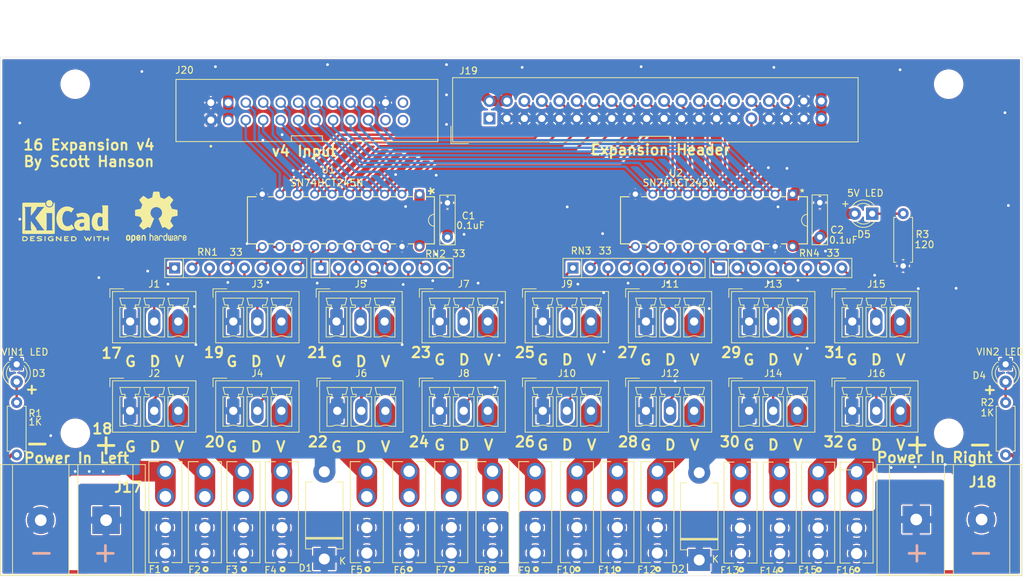
<source format=kicad_pcb>
(kicad_pcb (version 20171130) (host pcbnew "(5.1.10)-1")
  (title_block (title "16 Expansion") (date 2021-08-30) (rev v4) (company "Scott Hanson"))
  (layers (0 F.Cu signal) (31 B.Cu signal) (34 B.Paste user) (35 F.Paste user) (36 B.SilkS user) (37 F.SilkS user) (38 B.Mask user) (39 F.Mask user) (44 Edge.Cuts user))
  (net 0 "")
  (net 1 GND)
  (net 2 +5V)
  (net 3 "Net-(RN1-Pad4)")
  (net 4 "Net-(RN1-Pad2)")
  (net 5 "Net-(RN2-Pad3)")
  (net 6 "Net-(RN2-Pad1)")
  (net 7 "Net-(RN1-Pad8)")
  (net 8 "Net-(RN1-Pad6)")
  (net 9 "Net-(RN2-Pad7)")
  (net 10 "Net-(RN2-Pad5)")
  (net 11 VIN1)
  (net 12 "/Output 1-8/VOUT1")
  (net 13 "/Output 1-8/VOUT2")
  (net 14 "/Output 1-8/VOUT3")
  (net 15 "/Output 1-8/VOUT4")
  (net 16 "/Output 1-8/VOUT5")
  (net 17 "/Output 1-8/VOUT6")
  (net 18 "/Output 1-8/VOUT7")
  (net 19 VIN2)
  (net 20 "/Output 1-8/VOUT8")
  (net 21 "/Output 9-16/VOUT9")
  (net 22 "/Output 9-16/VOUT10")
  (net 23 "/Output 9-16/VOUT11")
  (net 24 "/Output 9-16/VOUT12")
  (net 25 "/Output 9-16/VOUT13")
  (net 26 "/Output 9-16/VOUT14")
  (net 27 "/Output 9-16/VOUT15")
  (net 28 "/Output 9-16/VOUT16")
  (net 29 "/Output 1-8/DOUT1")
  (net 30 "/Output 1-8/DOUT2")
  (net 31 "/Output 1-8/DOUT3")
  (net 32 "/Output 1-8/DOUT4")
  (net 33 "/Output 1-8/DOUT5")
  (net 34 "/Output 1-8/DOUT6")
  (net 35 "/Output 1-8/DOUT7")
  (net 36 "/Output 1-8/DOUT8")
  (net 37 "/Output 9-16/DOUT9")
  (net 38 "/Output 9-16/DOUT10")
  (net 39 "/Output 9-16/DOUT11")
  (net 40 "/Output 9-16/DOUT12")
  (net 41 "/Output 9-16/DOUT13")
  (net 42 "/Output 9-16/DOUT14")
  (net 43 "/Output 9-16/DOUT15")
  (net 44 "/Output 9-16/DOUT16")
  (net 45 "Net-(RN3-Pad8)")
  (net 46 "Net-(RN3-Pad6)")
  (net 47 "Net-(RN3-Pad4)")
  (net 48 "Net-(RN3-Pad2)")
  (net 49 "Net-(RN4-Pad7)")
  (net 50 "Net-(RN4-Pad5)")
  (net 51 "Net-(RN4-Pad3)")
  (net 52 "Net-(RN4-Pad1)")
  (net 53 OUT32)
  (net 54 OUT24)
  (net 55 OUT31)
  (net 56 OUT23)
  (net 57 OUT30)
  (net 58 OUT22)
  (net 59 OUT21)
  (net 60 OUT20)
  (net 61 OUT27)
  (net 62 OUT19)
  (net 63 OUT26)
  (net 64 OUT18)
  (net 65 OUT25)
  (net 66 OUT17)
  (net 67 OUT29)
  (net 68 OUT28)
  (net 69 "Net-(D3-Pad2)")
  (net 70 "Net-(D4-Pad2)")
  (net 71 "Net-(D5-Pad1)")
  (net 72 "Net-(J19-Pad30)")
  (net 73 "Net-(J19-Pad1)")
  (net 74 "Net-(J20-Pad24)")
  (net 75 "Net-(J20-Pad23)")
  (net 76 "Net-(J20-Pad21)")
  (module Connector_IDC:IDC-Header_2x20_P2.54mm_Vertical (layer F.Cu) (at 141.341 87.0578 90)
    (fp_text reference J19 (at 6.94 -3.04 180) (layer F.SilkS))
    (fp_text value "Expansion Header" (at -4.56 24.86 180) (layer F.SilkS) (effects (font (size 1.5 1.5) (thickness 0.3))))
    (pad 40 thru_hole oval (at 2.54 48.26 90) (size 1.7272 1.7272) (drill 1.016) (layers *.Cu *.Mask) (net 2 +5V))
    (pad 39 thru_hole oval (at 0 48.26 90) (size 1.7272 1.7272) (drill 1.016) (layers *.Cu *.Mask) (net 2 +5V))
    (pad 38 thru_hole oval (at 2.54 45.72 90) (size 1.7272 1.7272) (drill 1.016) (layers *.Cu *.Mask) (net 1 GND))
    (pad 37 thru_hole oval (at 0 45.72 90) (size 1.7272 1.7272) (drill 1.016) (layers *.Cu *.Mask) (net 1 GND))
    (pad 36 thru_hole oval (at 2.54 43.18 90) (size 1.7272 1.7272) (drill 1.016) (layers *.Cu *.Mask) (net 53 OUT32))
    (pad 35 thru_hole oval (at 0 43.18 90) (size 1.7272 1.7272) (drill 1.016) (layers *.Cu *.Mask) (net 1 GND))
    (pad 34 thru_hole oval (at 2.54 40.64 90) (size 1.7272 1.7272) (drill 1.016) (layers *.Cu *.Mask) (net 55 OUT31))
    (pad 33 thru_hole oval (at 0 40.64 90) (size 1.7272 1.7272) (drill 1.016) (layers *.Cu *.Mask) (net 1 GND))
    (pad 32 thru_hole oval (at 2.54 38.1 90) (size 1.7272 1.7272) (drill 1.016) (layers *.Cu *.Mask) (net 57 OUT30))
    (pad 31 thru_hole oval (at 0 38.1 90) (size 1.7272 1.7272) (drill 1.016) (layers *.Cu *.Mask) (net 67 OUT29))
    (pad 30 thru_hole oval (at 2.54 35.56 90) (size 1.7272 1.7272) (drill 1.016) (layers *.Cu *.Mask) (net 72 "Net-(J19-Pad30)"))
    (pad 29 thru_hole oval (at 0 35.56 90) (size 1.7272 1.7272) (drill 1.016) (layers *.Cu *.Mask) (net 1 GND))
    (pad 28 thru_hole oval (at 2.54 33.02 90) (size 1.7272 1.7272) (drill 1.016) (layers *.Cu *.Mask) (net 68 OUT28))
    (pad 27 thru_hole oval (at 0 33.02 90) (size 1.7272 1.7272) (drill 1.016) (layers *.Cu *.Mask) (net 1 GND))
    (pad 26 thru_hole oval (at 2.54 30.48 90) (size 1.7272 1.7272) (drill 1.016) (layers *.Cu *.Mask) (net 61 OUT27))
    (pad 25 thru_hole oval (at 0 30.48 90) (size 1.7272 1.7272) (drill 1.016) (layers *.Cu *.Mask) (net 1 GND))
    (pad 24 thru_hole oval (at 2.54 27.94 90) (size 1.7272 1.7272) (drill 1.016) (layers *.Cu *.Mask) (net 63 OUT26))
    (pad 23 thru_hole oval (at 0 27.94 90) (size 1.7272 1.7272) (drill 1.016) (layers *.Cu *.Mask) (net 1 GND))
    (pad 22 thru_hole oval (at 2.54 25.4 90) (size 1.7272 1.7272) (drill 1.016) (layers *.Cu *.Mask) (net 65 OUT25))
    (pad 21 thru_hole oval (at 0 25.4 90) (size 1.7272 1.7272) (drill 1.016) (layers *.Cu *.Mask) (net 1 GND))
    (pad 20 thru_hole oval (at 2.54 22.86 90) (size 1.7272 1.7272) (drill 1.016) (layers *.Cu *.Mask) (net 54 OUT24))
    (pad 19 thru_hole oval (at 0 22.86 90) (size 1.7272 1.7272) (drill 1.016) (layers *.Cu *.Mask) (net 1 GND))
    (pad 18 thru_hole oval (at 2.54 20.32 90) (size 1.7272 1.7272) (drill 1.016) (layers *.Cu *.Mask) (net 56 OUT23))
    (pad 17 thru_hole oval (at 0 20.32 90) (size 1.7272 1.7272) (drill 1.016) (layers *.Cu *.Mask) (net 1 GND))
    (pad 16 thru_hole oval (at 2.54 17.78 90) (size 1.7272 1.7272) (drill 1.016) (layers *.Cu *.Mask) (net 58 OUT22))
    (pad 15 thru_hole oval (at 0 17.78 90) (size 1.7272 1.7272) (drill 1.016) (layers *.Cu *.Mask) (net 1 GND))
    (pad 14 thru_hole oval (at 2.54 15.24 90) (size 1.7272 1.7272) (drill 1.016) (layers *.Cu *.Mask) (net 59 OUT21))
    (pad 13 thru_hole oval (at 0 15.24 90) (size 1.7272 1.7272) (drill 1.016) (layers *.Cu *.Mask) (net 1 GND))
    (pad 12 thru_hole oval (at 2.54 12.7 90) (size 1.7272 1.7272) (drill 1.016) (layers *.Cu *.Mask) (net 60 OUT20))
    (pad 11 thru_hole oval (at 0 12.7 90) (size 1.7272 1.7272) (drill 1.016) (layers *.Cu *.Mask) (net 1 GND))
    (pad 10 thru_hole oval (at 2.54 10.16 90) (size 1.7272 1.7272) (drill 1.016) (layers *.Cu *.Mask) (net 62 OUT19))
    (pad 9 thru_hole oval (at 0 10.16 90) (size 1.7272 1.7272) (drill 1.016) (layers *.Cu *.Mask) (net 1 GND))
    (pad 8 thru_hole oval (at 2.54 7.62 90) (size 1.7272 1.7272) (drill 1.016) (layers *.Cu *.Mask) (net 64 OUT18))
    (pad 7 thru_hole oval (at 0 7.62 90) (size 1.7272 1.7272) (drill 1.016) (layers *.Cu *.Mask) (net 1 GND))
    (pad 6 thru_hole oval (at 2.54 5.08 90) (size 1.7272 1.7272) (drill 1.016) (layers *.Cu *.Mask) (net 66 OUT17))
    (pad 5 thru_hole oval (at 0 5.08 90) (size 1.7272 1.7272) (drill 1.016) (layers *.Cu *.Mask) (net 1 GND))
    (pad 4 thru_hole oval (at 2.54 2.54 90) (size 1.7272 1.7272) (drill 1.016) (layers *.Cu *.Mask) (net 2 +5V))
    (pad 3 thru_hole oval (at 0 2.54 90) (size 1.7272 1.7272) (drill 1.016) (layers *.Cu *.Mask) (net 1 GND))
    (pad 2 thru_hole oval (at 2.54 0 90) (size 1.7272 1.7272) (drill 1.016) (layers *.Cu *.Mask) (net 2 +5V))
    (pad 1 thru_hole rect (at 0 0 90) (size 1.7272 1.7272) (drill 1.016) (layers *.Cu *.Mask) (net 73 "Net-(J19-Pad1)"))
  )
  (module 302-S241:OST_302-S241 (layer F.Cu) (at 114.801 86.0178)
    (fp_text reference J20 (at -17.8 -6) (layer F.SilkS))
    (fp_text value "v4 Input" (at -0.4 5.8) (layer F.SilkS) (effects (font (size 1.5 1.5) (thickness 0.3))))
    (pad 24 thru_hole circle (at 13.97 -1.27) (size 1.53 1.53) (drill 1.02) (layers *.Cu *.Mask) (net 74 "Net-(J20-Pad24)"))
    (pad 23 thru_hole circle (at 13.97 1.27) (size 1.53 1.53) (drill 1.02) (layers *.Cu *.Mask) (net 75 "Net-(J20-Pad23)"))
    (pad 22 thru_hole circle (at 11.43 -1.27) (size 1.53 1.53) (drill 1.02) (layers *.Cu *.Mask) (net 1 GND))
    (pad 21 thru_hole circle (at 11.43 1.27) (size 1.53 1.53) (drill 1.02) (layers *.Cu *.Mask) (net 76 "Net-(J20-Pad21)"))
    (pad 20 thru_hole circle (at 8.89 -1.27) (size 1.53 1.53) (drill 1.02) (layers *.Cu *.Mask) (net 53 OUT32))
    (pad 19 thru_hole circle (at 8.89 1.27) (size 1.53 1.53) (drill 1.02) (layers *.Cu *.Mask) (net 55 OUT31))
    (pad 18 thru_hole circle (at 6.35 -1.27) (size 1.53 1.53) (drill 1.02) (layers *.Cu *.Mask) (net 57 OUT30))
    (pad 17 thru_hole circle (at 6.35 1.27) (size 1.53 1.53) (drill 1.02) (layers *.Cu *.Mask) (net 67 OUT29))
    (pad 16 thru_hole circle (at 3.81 -1.27) (size 1.53 1.53) (drill 1.02) (layers *.Cu *.Mask) (net 68 OUT28))
    (pad 15 thru_hole circle (at 3.81 1.27) (size 1.53 1.53) (drill 1.02) (layers *.Cu *.Mask) (net 61 OUT27))
    (pad 14 thru_hole circle (at 1.27 -1.27) (size 1.53 1.53) (drill 1.02) (layers *.Cu *.Mask) (net 63 OUT26))
    (pad 13 thru_hole circle (at 1.27 1.27) (size 1.53 1.53) (drill 1.02) (layers *.Cu *.Mask) (net 65 OUT25))
    (pad 12 thru_hole circle (at -1.27 -1.27) (size 1.53 1.53) (drill 1.02) (layers *.Cu *.Mask) (net 54 OUT24))
    (pad 11 thru_hole circle (at -1.27 1.27) (size 1.53 1.53) (drill 1.02) (layers *.Cu *.Mask) (net 56 OUT23))
    (pad 10 thru_hole circle (at -3.81 -1.27) (size 1.53 1.53) (drill 1.02) (layers *.Cu *.Mask) (net 58 OUT22))
    (pad 9 thru_hole circle (at -3.81 1.27) (size 1.53 1.53) (drill 1.02) (layers *.Cu *.Mask) (net 59 OUT21))
    (pad 8 thru_hole circle (at -6.35 -1.27) (size 1.53 1.53) (drill 1.02) (layers *.Cu *.Mask) (net 60 OUT20))
    (pad 7 thru_hole circle (at -6.35 1.27) (size 1.53 1.53) (drill 1.02) (layers *.Cu *.Mask) (net 62 OUT19))
    (pad 6 thru_hole circle (at -8.89 -1.27) (size 1.53 1.53) (drill 1.02) (layers *.Cu *.Mask) (net 64 OUT18))
    (pad 5 thru_hole circle (at -8.89 1.27) (size 1.53 1.53) (drill 1.02) (layers *.Cu *.Mask) (net 66 OUT17))
    (pad 4 thru_hole circle (at -11.43 -1.27) (size 1.53 1.53) (drill 1.02) (layers *.Cu *.Mask) (net 2 +5V))
    (pad 3 thru_hole circle (at -11.43 1.27) (size 1.53 1.53) (drill 1.02) (layers *.Cu *.Mask) (net 2 +5V))
    (pad 2 thru_hole circle (at -13.97 -1.27) (size 1.53 1.53) (drill 1.02) (layers *.Cu *.Mask) (net 1 GND))
    (pad 1 thru_hole rect (at -13.97 1.27) (size 1.53 1.53) (drill 1.02) (layers *.Cu *.Mask) (net 1 GND))
  )
  (module SN74HCT245N:SN74HCT245N (layer F.Cu) (at 108.3126 105.6886 270)
    (fp_text reference U1 (at -11.1532 -9.616 180) (layer F.SilkS))
    (fp_text value SN74HCT245N (at -9.2708 -9.3884 180) (layer F.SilkS))
    (fp_text user * (at -8.08 -25.15 90) (layer F.SilkS) (effects (font (size 1.778 1.778) (thickness 0.25))))
    (pad 20 thru_hole circle (at 0 -22.86 270) (size 1.2954 1.2954) (drill 0.7874) (layers *.Cu *.Mask) (net 2 +5V))
    (pad 19 thru_hole circle (at 0 -20.32 270) (size 1.2954 1.2954) (drill 0.7874) (layers *.Cu *.Mask) (net 1 GND))
    (pad 18 thru_hole circle (at 0 -17.78 270) (size 1.2954 1.2954) (drill 0.7874) (layers *.Cu *.Mask) (net 9 "Net-(RN2-Pad7)"))
    (pad 17 thru_hole circle (at 0 -15.24 270) (size 1.2954 1.2954) (drill 0.7874) (layers *.Cu *.Mask) (net 10 "Net-(RN2-Pad5)"))
    (pad 16 thru_hole circle (at 0 -12.7 270) (size 1.2954 1.2954) (drill 0.7874) (layers *.Cu *.Mask) (net 5 "Net-(RN2-Pad3)"))
    (pad 15 thru_hole circle (at 0 -10.16 270) (size 1.2954 1.2954) (drill 0.7874) (layers *.Cu *.Mask) (net 6 "Net-(RN2-Pad1)"))
    (pad 14 thru_hole circle (at 0 -7.62 270) (size 1.2954 1.2954) (drill 0.7874) (layers *.Cu *.Mask) (net 7 "Net-(RN1-Pad8)"))
    (pad 13 thru_hole circle (at 0 -5.08 270) (size 1.2954 1.2954) (drill 0.7874) (layers *.Cu *.Mask) (net 8 "Net-(RN1-Pad6)"))
    (pad 12 thru_hole circle (at 0 -2.54 270) (size 1.2954 1.2954) (drill 0.7874) (layers *.Cu *.Mask) (net 3 "Net-(RN1-Pad4)"))
    (pad 11 thru_hole circle (at 0 0 270) (size 1.2954 1.2954) (drill 0.7874) (layers *.Cu *.Mask) (net 4 "Net-(RN1-Pad2)"))
    (pad 10 thru_hole circle (at -7.62 0 270) (size 1.2954 1.2954) (drill 0.7874) (layers *.Cu *.Mask) (net 1 GND))
    (pad 9 thru_hole circle (at -7.62 -2.54 270) (size 1.2954 1.2954) (drill 0.7874) (layers *.Cu *.Mask) (net 66 OUT17))
    (pad 8 thru_hole circle (at -7.62 -5.08 270) (size 1.2954 1.2954) (drill 0.7874) (layers *.Cu *.Mask) (net 64 OUT18))
    (pad 7 thru_hole circle (at -7.62 -7.62 270) (size 1.2954 1.2954) (drill 0.7874) (layers *.Cu *.Mask) (net 62 OUT19))
    (pad 6 thru_hole circle (at -7.62 -10.16 270) (size 1.2954 1.2954) (drill 0.7874) (layers *.Cu *.Mask) (net 60 OUT20))
    (pad 5 thru_hole circle (at -7.62 -12.7 270) (size 1.2954 1.2954) (drill 0.7874) (layers *.Cu *.Mask) (net 59 OUT21))
    (pad 4 thru_hole circle (at -7.62 -15.24 270) (size 1.2954 1.2954) (drill 0.7874) (layers *.Cu *.Mask) (net 58 OUT22))
    (pad 3 thru_hole circle (at -7.62 -17.78 270) (size 1.2954 1.2954) (drill 0.7874) (layers *.Cu *.Mask) (net 56 OUT23))
    (pad 2 thru_hole circle (at -7.62 -20.32 270) (size 1.2954 1.2954) (drill 0.7874) (layers *.Cu *.Mask) (net 54 OUT24))
    (pad 1 thru_hole rect (at -7.62 -22.86 270) (size 1.2954 1.2954) (drill 0.7874) (layers *.Cu *.Mask) (net 2 +5V))
  )
  (module MountingHole:MountingHole_3.7mm (layer F.Cu) (at 208.1276 132.8666)
    (fp_text reference REF**)
    (fp_text value MountingHole_3.7mm)
    (pad 1 np_thru_hole circle (at 0 0) (size 3.7 3.7) (drill 3.7) (layers *.Cu *.Mask))
  )
  (module MountingHole:MountingHole_3.7mm (layer F.Cu) (at 81.1276 132.8666)
    (fp_text reference REF**)
    (fp_text value MountingHole_3.7mm)
    (pad "" np_thru_hole circle (at 0 0) (size 3.7 3.7) (drill 3.7) (layers *.Cu *.Mask))
  )
  (module Symbol:KiCad-Logo2_5mm_SilkScreen (layer F.Cu) (at 79.701 101.9178)
    (fp_text reference REF** hide)
    (fp_text value KiCad-Logo2_5mm_SilkScreen hide)
  )
  (module Symbol:OSHW-Logo2_9.8x8mm_SilkScreen (layer F.Cu) (at 92.901 101.4178)
    (fp_text reference REF** hide)
    (fp_text value OSHW-Logo2_9.8x8mm_SilkScreen hide)
  )
  (module MountingHole:MountingHole_3.7mm (layer F.Cu) (at 81.113 82.0666)
    (fp_text reference REF**)
    (fp_text value MountingHole_3.7mm)
    (pad 1 np_thru_hole circle (at 0 0) (size 3.7 3.7) (drill 3.7) (layers *.Cu *.Mask))
  )
  (module MountingHole:MountingHole_3.7mm (layer F.Cu) (at 208.113 82.0666)
    (fp_text reference REF**)
    (fp_text value MountingHole_3.7mm)
    (pad 1 np_thru_hole circle (at 0 0) (size 3.7 3.7) (drill 3.7) (layers *.Cu *.Mask))
  )
  (module Barrier_Blocks:BARRIER_BLOCK_1ROW_2POS_P9.5MM (layer F.Cu) (at 197.701 153.5178)
    (fp_text reference J18 (at 15.35 -13.55) (layer F.SilkS) (effects (font (size 1.5 1.5) (thickness 0.3))))
    (fp_text value "Power In Right" (at 8.38 -17.12) (layer F.SilkS) (effects (font (size 1.5 1.5) (thickness 0.3))))
    (pad 2 thru_hole circle (at 15.2 -8.1) (size 4 4) (drill 1.7) (layers *.Cu *.Mask) (net 1 GND))
    (pad 1 thru_hole rect (at 5.7 -8.1) (size 4 4) (drill 1.7) (layers *.Cu *.Mask) (net 19 VIN2))
  )
  (module Barrier_Blocks:BARRIER_BLOCK_1ROW_2POS_P9.5MM (layer F.Cu) (at 91.301 137.4178 180)
    (fp_text reference J17 (at 2.5 -3.3) (layer F.SilkS) (effects (font (size 1.5 1.5) (thickness 0.3))))
    (fp_text value "Power In Left" (at 10 0.95) (layer F.SilkS) (effects (font (size 1.5 1.5) (thickness 0.3))))
    (pad 2 thru_hole circle (at 15.2 -8.1 180) (size 4 4) (drill 1.7) (layers *.Cu *.Mask) (net 1 GND))
    (pad 1 thru_hole rect (at 5.7 -8.1 180) (size 4 4) (drill 1.7) (layers *.Cu *.Mask) (net 11 VIN1))
  )
  (module SN74HCT245N:SN74HCT245N (layer F.Cu) (at 162.5626 105.6886 270)
    (fp_text reference U2 (at -10.696 -5.912 180) (layer F.SilkS))
    (fp_text value SN74HCT245N (at -9.2708 -6.3692 180) (layer F.SilkS))
    (fp_text user * (at -7.83 -24.25 180) (layer F.SilkS))
    (pad 1 thru_hole rect (at -7.62 -22.86 270) (size 1.2954 1.2954) (drill 0.7874) (layers *.Cu *.Mask) (net 2 +5V))
    (pad 2 thru_hole circle (at -7.62 -20.32 270) (size 1.2954 1.2954) (drill 0.7874) (layers *.Cu *.Mask) (net 53 OUT32))
    (pad 3 thru_hole circle (at -7.62 -17.78 270) (size 1.2954 1.2954) (drill 0.7874) (layers *.Cu *.Mask) (net 55 OUT31))
    (pad 4 thru_hole circle (at -7.62 -15.24 270) (size 1.2954 1.2954) (drill 0.7874) (layers *.Cu *.Mask) (net 57 OUT30))
    (pad 5 thru_hole circle (at -7.62 -12.7 270) (size 1.2954 1.2954) (drill 0.7874) (layers *.Cu *.Mask) (net 67 OUT29))
    (pad 6 thru_hole circle (at -7.62 -10.16 270) (size 1.2954 1.2954) (drill 0.7874) (layers *.Cu *.Mask) (net 68 OUT28))
    (pad 7 thru_hole circle (at -7.62 -7.62 270) (size 1.2954 1.2954) (drill 0.7874) (layers *.Cu *.Mask) (net 61 OUT27))
    (pad 8 thru_hole circle (at -7.62 -5.08 270) (size 1.2954 1.2954) (drill 0.7874) (layers *.Cu *.Mask) (net 63 OUT26))
    (pad 9 thru_hole circle (at -7.62 -2.54 270) (size 1.2954 1.2954) (drill 0.7874) (layers *.Cu *.Mask) (net 65 OUT25))
    (pad 10 thru_hole circle (at -7.62 0 270) (size 1.2954 1.2954) (drill 0.7874) (layers *.Cu *.Mask) (net 1 GND))
    (pad 11 thru_hole circle (at 0 0 270) (size 1.2954 1.2954) (drill 0.7874) (layers *.Cu *.Mask) (net 48 "Net-(RN3-Pad2)"))
    (pad 12 thru_hole circle (at 0 -2.54 270) (size 1.2954 1.2954) (drill 0.7874) (layers *.Cu *.Mask) (net 47 "Net-(RN3-Pad4)"))
    (pad 13 thru_hole circle (at 0 -5.08 270) (size 1.2954 1.2954) (drill 0.7874) (layers *.Cu *.Mask) (net 46 "Net-(RN3-Pad6)"))
    (pad 14 thru_hole circle (at 0 -7.62 270) (size 1.2954 1.2954) (drill 0.7874) (layers *.Cu *.Mask) (net 45 "Net-(RN3-Pad8)"))
    (pad 15 thru_hole circle (at 0 -10.16 270) (size 1.2954 1.2954) (drill 0.7874) (layers *.Cu *.Mask) (net 52 "Net-(RN4-Pad1)"))
    (pad 16 thru_hole circle (at 0 -12.7 270) (size 1.2954 1.2954) (drill 0.7874) (layers *.Cu *.Mask) (net 51 "Net-(RN4-Pad3)"))
    (pad 17 thru_hole circle (at 0 -15.24 270) (size 1.2954 1.2954) (drill 0.7874) (layers *.Cu *.Mask) (net 50 "Net-(RN4-Pad5)"))
    (pad 18 thru_hole circle (at 0 -17.78 270) (size 1.2954 1.2954) (drill 0.7874) (layers *.Cu *.Mask) (net 49 "Net-(RN4-Pad7)"))
    (pad 19 thru_hole circle (at 0 -20.32 270) (size 1.2954 1.2954) (drill 0.7874) (layers *.Cu *.Mask) (net 1 GND))
    (pad 20 thru_hole circle (at 0 -22.86 270) (size 1.2954 1.2954) (drill 0.7874) (layers *.Cu *.Mask) (net 2 +5V))
  )
  (module Resistor_THT:R_Axial_DIN0207_L6.3mm_D2.5mm_P7.62mm_Horizontal (layer F.Cu) (at 201.501 108.5178 90)
    (fp_text reference R3 (at 4.6 2.8 180) (layer F.SilkS))
    (fp_text value 120 (at 3.1 3.1) (layer F.SilkS))
    (pad 2 thru_hole oval (at 7.62 0 90) (size 1.6 1.6) (drill 0.8) (layers *.Cu *.Mask) (net 71 "Net-(D5-Pad1)"))
    (pad 1 thru_hole circle (at 0 0 90) (size 1.6 1.6) (drill 0.8) (layers *.Cu *.Mask) (net 1 GND))
  )
  (module LED_THT:LED_D3.0mm_Clear (layer F.Cu) (at 216.401 122.831 270)
    (fp_text reference D4 (at 1.6368 3.8412 180) (layer F.SilkS))
    (fp_text value "VIN2 LED" (at -1.8132 0.8412 180) (layer F.SilkS))
    (pad 2 thru_hole circle (at 2.54 0 270) (size 1.8 1.8) (drill 0.9) (layers *.Cu *.Mask) (net 70 "Net-(D4-Pad2)"))
    (pad 1 thru_hole rect (at 0 0 270) (size 1.8 1.8) (drill 0.9) (layers *.Cu *.Mask) (net 1 GND))
  )
  (module LED_THT:LED_D3.0mm_Clear (layer F.Cu) (at 72.601 122.831 270)
    (fp_text reference D3 (at 1.3138 -3.2 180) (layer F.SilkS))
    (fp_text value "VIN1 LED" (at -1.7862 -1.2 180) (layer F.SilkS))
    (pad 2 thru_hole circle (at 2.54 0 270) (size 1.8 1.8) (drill 0.9) (layers *.Cu *.Mask) (net 69 "Net-(D3-Pad2)"))
    (pad 1 thru_hole rect (at 0 0 270) (size 1.8 1.8) (drill 0.9) (layers *.Cu *.Mask) (net 1 GND))
  )
  (module LED_THT:LED_D3.0mm_Clear (layer F.Cu) (at 197.001 100.9178 180)
    (fp_text reference D5 (at 1.2 -3) (layer F.SilkS))
    (fp_text value "5V LED" (at 1 3) (layer F.SilkS))
    (pad 2 thru_hole circle (at 2.54 0 180) (size 1.8 1.8) (drill 0.9) (layers *.Cu *.Mask) (net 2 +5V))
    (pad 1 thru_hole rect (at 0 0 180) (size 1.8 1.8) (drill 0.9) (layers *.Cu *.Mask) (net 71 "Net-(D5-Pad1)"))
  )
  (module Resistor_THT:R_Axial_DIN0207_L6.3mm_D2.5mm_P7.62mm_Horizontal (layer F.Cu) (at 216.401 128.392 270)
    (fp_text reference R2 (at 0.002 2.6634 180) (layer F.SilkS))
    (fp_text value 1K (at 1.502 2.6634 180) (layer F.SilkS))
    (pad 2 thru_hole oval (at 7.62 0 270) (size 1.6 1.6) (drill 0.8) (layers *.Cu *.Mask) (net 19 VIN2))
    (pad 1 thru_hole circle (at 0 0 270) (size 1.6 1.6) (drill 0.8) (layers *.Cu *.Mask) (net 70 "Net-(D4-Pad2)"))
  )
  (module Resistor_THT:R_Axial_DIN0207_L6.3mm_D2.5mm_P7.62mm_Horizontal (layer F.Cu) (at 72.601 128.392 270)
    (fp_text reference R1 (at 1.5758 -2.7 180) (layer F.SilkS))
    (fp_text value 1K (at 2.8258 -2.7 180) (layer F.SilkS))
    (pad 2 thru_hole oval (at 7.62 0 270) (size 1.6 1.6) (drill 0.8) (layers *.Cu *.Mask) (net 11 VIN1))
    (pad 1 thru_hole circle (at 0 0 270) (size 1.6 1.6) (drill 0.8) (layers *.Cu *.Mask) (net 69 "Net-(D3-Pad2)"))
  )
  (module Keystone_Fuse:FUSE_3544-2 (layer F.Cu) (at 123.5126 144.3486 90)
    (fp_text reference F5 (at -8.405 -1.4909 180) (layer F.SilkS))
    (fp_text value 3544-2)
    (pad 2_2 thru_hole circle (at 5.95 0 90) (size 2.475 2.475) (drill 1.65) (layers *.Cu *.Mask) (net 16 "/Output 1-8/VOUT5"))
    (pad 1_1 thru_hole circle (at -5.95 0 90) (size 2.475 2.475) (drill 1.65) (layers *.Cu *.Mask) (net 11 VIN1))
    (pad 2_1 thru_hole circle (at 2.25 0 90) (size 2.475 2.475) (drill 1.65) (layers *.Cu *.Mask) (net 16 "/Output 1-8/VOUT5"))
    (pad 1_2 thru_hole circle (at -2.25 0 90) (size 2.475 2.475) (drill 1.65) (layers *.Cu *.Mask) (net 11 VIN1))
  )
  (module Connector_Phoenix_MC:PhoenixContact_MCV_1,5_3-G-3.5_1x03_P3.50mm_Vertical (layer F.Cu) (at 104.1 116.6)
    (fp_text reference J3 (at 3.5 -5.45) (layer F.SilkS))
    (fp_text value String3)
    (pad 3 thru_hole oval (at 7 0) (size 1.8 3.6) (drill 1.2) (layers *.Cu *.Mask) (net 14 "/Output 1-8/VOUT3"))
    (pad 2 thru_hole oval (at 3.5 0) (size 1.8 3.6) (drill 1.2) (layers *.Cu *.Mask) (net 31 "/Output 1-8/DOUT3"))
    (pad 1 thru_hole roundrect (at 0 0) (size 1.8 3.6) (drill 1.2) (layers *.Cu *.Mask) (roundrect_rratio 0.1388888888888889) (net 1 GND))
  )
  (module Keystone_Fuse:FUSE_3544-2 (layer F.Cu) (at 105.5676 144.3536 90)
    (fp_text reference F3 (at -8.3804 -1.7 180) (layer F.SilkS))
    (fp_text value 3544-2)
    (pad 2_2 thru_hole circle (at 5.95 0 90) (size 2.475 2.475) (drill 1.65) (layers *.Cu *.Mask) (net 14 "/Output 1-8/VOUT3"))
    (pad 1_1 thru_hole circle (at -5.95 0 90) (size 2.475 2.475) (drill 1.65) (layers *.Cu *.Mask) (net 11 VIN1))
    (pad 2_1 thru_hole circle (at 2.25 0 90) (size 2.475 2.475) (drill 1.65) (layers *.Cu *.Mask) (net 14 "/Output 1-8/VOUT3"))
    (pad 1_2 thru_hole circle (at -2.25 0 90) (size 2.475 2.475) (drill 1.65) (layers *.Cu *.Mask) (net 11 VIN1))
  )
  (module Diode_THT:D_DO-201AD_P12.70mm_Horizontal (layer F.Cu) (at 171.8476 151.305 90)
    (fp_text reference D2 (at -1.3 -3.1 180) (layer F.SilkS))
    (fp_text value SB5100-T)
    (fp_text user K (at 0.1 2.35 180) (layer F.SilkS))
    (pad 2 thru_hole oval (at 12.7 0 90) (size 3.2 3.2) (drill 1.6) (layers *.Cu *.Mask) (net 1 GND))
    (pad 1 thru_hole rect (at 0 0 90) (size 3.2 3.2) (drill 1.6) (layers *.Cu *.Mask) (net 19 VIN2))
  )
  (module Diode_THT:D_DO-201AD_P12.70mm_Horizontal (layer F.Cu) (at 117.3326 151.1686 90)
    (fp_text reference D1 (at -1.3 -2.7496 180) (layer F.SilkS))
    (fp_text value SB5100-T)
    (fp_text user K (at -0.3 2.6504 180) (layer F.SilkS))
    (pad 2 thru_hole oval (at 12.7 0 90) (size 3.2 3.2) (drill 1.6) (layers *.Cu *.Mask) (net 1 GND))
    (pad 1 thru_hole rect (at 0 0 90) (size 3.2 3.2) (drill 1.6) (layers *.Cu *.Mask) (net 11 VIN1))
  )
  (module Capacitor_THT:C_Rect_L7.0mm_W2.0mm_P5.00mm (layer F.Cu) (at 135.2423 104.3305 90)
    (fp_text reference C1 (at 3.1127 3.0587 180) (layer F.SilkS))
    (fp_text value 0.1uF (at 1.7127 3.3587 180) (layer F.SilkS))
    (pad 2 thru_hole circle (at 5 0 90) (size 1.6 1.6) (drill 0.8) (layers *.Cu *.Mask) (net 1 GND))
    (pad 1 thru_hole circle (at 0 0 90) (size 1.6 1.6) (drill 0.8) (layers *.Cu *.Mask) (net 2 +5V))
  )
  (module Resistor_THT:R_Array_SIP8 (layer F.Cu) (at 174.8126 108.8136)
    (fp_text reference RN4 (at 13.0458 -2.1463) (layer F.SilkS))
    (fp_text value 33 (at 16.5129 -2.1717) (layer F.SilkS))
    (pad 8 thru_hole oval (at 17.78 0) (size 1.6 1.6) (drill 0.8) (layers *.Cu *.Mask) (net 44 "/Output 9-16/DOUT16"))
    (pad 7 thru_hole oval (at 15.24 0) (size 1.6 1.6) (drill 0.8) (layers *.Cu *.Mask) (net 49 "Net-(RN4-Pad7)"))
    (pad 6 thru_hole oval (at 12.7 0) (size 1.6 1.6) (drill 0.8) (layers *.Cu *.Mask) (net 43 "/Output 9-16/DOUT15"))
    (pad 5 thru_hole oval (at 10.16 0) (size 1.6 1.6) (drill 0.8) (layers *.Cu *.Mask) (net 50 "Net-(RN4-Pad5)"))
    (pad 4 thru_hole oval (at 7.62 0) (size 1.6 1.6) (drill 0.8) (layers *.Cu *.Mask) (net 42 "/Output 9-16/DOUT14"))
    (pad 3 thru_hole oval (at 5.08 0) (size 1.6 1.6) (drill 0.8) (layers *.Cu *.Mask) (net 51 "Net-(RN4-Pad3)"))
    (pad 2 thru_hole oval (at 2.54 0) (size 1.6 1.6) (drill 0.8) (layers *.Cu *.Mask) (net 41 "/Output 9-16/DOUT13"))
    (pad 1 thru_hole rect (at 0 0) (size 1.6 1.6) (drill 0.8) (layers *.Cu *.Mask) (net 52 "Net-(RN4-Pad1)"))
  )
  (module Resistor_THT:R_Array_SIP8 (layer F.Cu) (at 153.4862 108.8136)
    (fp_text reference RN3 (at 1.1888 -2.4935) (layer F.SilkS))
    (fp_text value 33 (at 4.6888 -2.4935) (layer F.SilkS))
    (pad 8 thru_hole oval (at 17.78 0) (size 1.6 1.6) (drill 0.8) (layers *.Cu *.Mask) (net 45 "Net-(RN3-Pad8)"))
    (pad 7 thru_hole oval (at 15.24 0) (size 1.6 1.6) (drill 0.8) (layers *.Cu *.Mask) (net 40 "/Output 9-16/DOUT12"))
    (pad 6 thru_hole oval (at 12.7 0) (size 1.6 1.6) (drill 0.8) (layers *.Cu *.Mask) (net 46 "Net-(RN3-Pad6)"))
    (pad 5 thru_hole oval (at 10.16 0) (size 1.6 1.6) (drill 0.8) (layers *.Cu *.Mask) (net 39 "/Output 9-16/DOUT11"))
    (pad 4 thru_hole oval (at 7.62 0) (size 1.6 1.6) (drill 0.8) (layers *.Cu *.Mask) (net 47 "Net-(RN3-Pad4)"))
    (pad 3 thru_hole oval (at 5.08 0) (size 1.6 1.6) (drill 0.8) (layers *.Cu *.Mask) (net 38 "/Output 9-16/DOUT10"))
    (pad 2 thru_hole oval (at 2.54 0) (size 1.6 1.6) (drill 0.8) (layers *.Cu *.Mask) (net 48 "Net-(RN3-Pad2)"))
    (pad 1 thru_hole rect (at 0 0) (size 1.6 1.6) (drill 0.8) (layers *.Cu *.Mask) (net 37 "/Output 9-16/DOUT9"))
  )
  (module Resistor_THT:R_Array_SIP8 (layer F.Cu) (at 116.8527 108.8136)
    (fp_text reference RN2 (at 16.6483 -2.05) (layer F.SilkS))
    (fp_text value 33 (at 20.0483 -2.0958) (layer F.SilkS))
    (pad 8 thru_hole oval (at 17.78 0) (size 1.6 1.6) (drill 0.8) (layers *.Cu *.Mask) (net 36 "/Output 1-8/DOUT8"))
    (pad 7 thru_hole oval (at 15.24 0) (size 1.6 1.6) (drill 0.8) (layers *.Cu *.Mask) (net 9 "Net-(RN2-Pad7)"))
    (pad 6 thru_hole oval (at 12.7 0) (size 1.6 1.6) (drill 0.8) (layers *.Cu *.Mask) (net 35 "/Output 1-8/DOUT7"))
    (pad 5 thru_hole oval (at 10.16 0) (size 1.6 1.6) (drill 0.8) (layers *.Cu *.Mask) (net 10 "Net-(RN2-Pad5)"))
    (pad 4 thru_hole oval (at 7.62 0) (size 1.6 1.6) (drill 0.8) (layers *.Cu *.Mask) (net 34 "/Output 1-8/DOUT6"))
    (pad 3 thru_hole oval (at 5.08 0) (size 1.6 1.6) (drill 0.8) (layers *.Cu *.Mask) (net 5 "Net-(RN2-Pad3)"))
    (pad 2 thru_hole oval (at 2.54 0) (size 1.6 1.6) (drill 0.8) (layers *.Cu *.Mask) (net 33 "/Output 1-8/DOUT5"))
    (pad 1 thru_hole rect (at 0 0) (size 1.6 1.6) (drill 0.8) (layers *.Cu *.Mask) (net 6 "Net-(RN2-Pad1)"))
  )
  (module Resistor_THT:R_Array_SIP8 (layer F.Cu) (at 95.5615 108.8136)
    (fp_text reference RN1 (at 4.7903 -2.3148) (layer F.SilkS))
    (fp_text value 33 (at 8.9395 -2.2958) (layer F.SilkS))
    (pad 8 thru_hole oval (at 17.78 0) (size 1.6 1.6) (drill 0.8) (layers *.Cu *.Mask) (net 7 "Net-(RN1-Pad8)"))
    (pad 7 thru_hole oval (at 15.24 0) (size 1.6 1.6) (drill 0.8) (layers *.Cu *.Mask) (net 32 "/Output 1-8/DOUT4"))
    (pad 6 thru_hole oval (at 12.7 0) (size 1.6 1.6) (drill 0.8) (layers *.Cu *.Mask) (net 8 "Net-(RN1-Pad6)"))
    (pad 5 thru_hole oval (at 10.16 0) (size 1.6 1.6) (drill 0.8) (layers *.Cu *.Mask) (net 31 "/Output 1-8/DOUT3"))
    (pad 4 thru_hole oval (at 7.62 0) (size 1.6 1.6) (drill 0.8) (layers *.Cu *.Mask) (net 3 "Net-(RN1-Pad4)"))
    (pad 3 thru_hole oval (at 5.08 0) (size 1.6 1.6) (drill 0.8) (layers *.Cu *.Mask) (net 30 "/Output 1-8/DOUT2"))
    (pad 2 thru_hole oval (at 2.54 0) (size 1.6 1.6) (drill 0.8) (layers *.Cu *.Mask) (net 4 "Net-(RN1-Pad2)"))
    (pad 1 thru_hole rect (at 0 0) (size 1.6 1.6) (drill 0.8) (layers *.Cu *.Mask) (net 29 "/Output 1-8/DOUT1"))
  )
  (module Connector_Phoenix_MC:PhoenixContact_MCV_1,5_3-G-3.5_1x03_P3.50mm_Vertical (layer F.Cu) (at 194.1 129.6)
    (fp_text reference J16 (at 3.5 -5.45) (layer F.SilkS))
    (fp_text value String16)
    (pad 3 thru_hole oval (at 7 0) (size 1.8 3.6) (drill 1.2) (layers *.Cu *.Mask) (net 28 "/Output 9-16/VOUT16"))
    (pad 2 thru_hole oval (at 3.5 0) (size 1.8 3.6) (drill 1.2) (layers *.Cu *.Mask) (net 44 "/Output 9-16/DOUT16"))
    (pad 1 thru_hole roundrect (at 0 0) (size 1.8 3.6) (drill 1.2) (layers *.Cu *.Mask) (roundrect_rratio 0.1388888888888889) (net 1 GND))
  )
  (module Connector_Phoenix_MC:PhoenixContact_MCV_1,5_3-G-3.5_1x03_P3.50mm_Vertical (layer F.Cu) (at 194.1 116.6)
    (fp_text reference J15 (at 3.5 -5.45) (layer F.SilkS))
    (fp_text value String15)
    (pad 3 thru_hole oval (at 7 0) (size 1.8 3.6) (drill 1.2) (layers *.Cu *.Mask) (net 27 "/Output 9-16/VOUT15"))
    (pad 2 thru_hole oval (at 3.5 0) (size 1.8 3.6) (drill 1.2) (layers *.Cu *.Mask) (net 43 "/Output 9-16/DOUT15"))
    (pad 1 thru_hole roundrect (at 0 0) (size 1.8 3.6) (drill 1.2) (layers *.Cu *.Mask) (roundrect_rratio 0.1388888888888889) (net 1 GND))
  )
  (module Connector_Phoenix_MC:PhoenixContact_MCV_1,5_3-G-3.5_1x03_P3.50mm_Vertical (layer F.Cu) (at 179.1 129.6)
    (fp_text reference J14 (at 3.5 -5.45) (layer F.SilkS))
    (fp_text value String14)
    (pad 3 thru_hole oval (at 7 0) (size 1.8 3.6) (drill 1.2) (layers *.Cu *.Mask) (net 26 "/Output 9-16/VOUT14"))
    (pad 2 thru_hole oval (at 3.5 0) (size 1.8 3.6) (drill 1.2) (layers *.Cu *.Mask) (net 42 "/Output 9-16/DOUT14"))
    (pad 1 thru_hole roundrect (at 0 0) (size 1.8 3.6) (drill 1.2) (layers *.Cu *.Mask) (roundrect_rratio 0.1388888888888889) (net 1 GND))
  )
  (module Connector_Phoenix_MC:PhoenixContact_MCV_1,5_3-G-3.5_1x03_P3.50mm_Vertical (layer F.Cu) (at 179.1 116.6)
    (fp_text reference J13 (at 3.5 -5.45) (layer F.SilkS))
    (fp_text value String13)
    (pad 3 thru_hole oval (at 7 0) (size 1.8 3.6) (drill 1.2) (layers *.Cu *.Mask) (net 25 "/Output 9-16/VOUT13"))
    (pad 2 thru_hole oval (at 3.5 0) (size 1.8 3.6) (drill 1.2) (layers *.Cu *.Mask) (net 41 "/Output 9-16/DOUT13"))
    (pad 1 thru_hole roundrect (at 0 0) (size 1.8 3.6) (drill 1.2) (layers *.Cu *.Mask) (roundrect_rratio 0.1388888888888889) (net 1 GND))
  )
  (module Connector_Phoenix_MC:PhoenixContact_MCV_1,5_3-G-3.5_1x03_P3.50mm_Vertical (layer F.Cu) (at 164.1 129.6)
    (fp_text reference J12 (at 3.5 -5.45) (layer F.SilkS))
    (fp_text value String12)
    (pad 3 thru_hole oval (at 7 0) (size 1.8 3.6) (drill 1.2) (layers *.Cu *.Mask) (net 24 "/Output 9-16/VOUT12"))
    (pad 2 thru_hole oval (at 3.5 0) (size 1.8 3.6) (drill 1.2) (layers *.Cu *.Mask) (net 40 "/Output 9-16/DOUT12"))
    (pad 1 thru_hole roundrect (at 0 0) (size 1.8 3.6) (drill 1.2) (layers *.Cu *.Mask) (roundrect_rratio 0.1388888888888889) (net 1 GND))
  )
  (module Connector_Phoenix_MC:PhoenixContact_MCV_1,5_3-G-3.5_1x03_P3.50mm_Vertical (layer F.Cu) (at 164.1 116.6)
    (fp_text reference J11 (at 3.5 -5.45) (layer F.SilkS))
    (fp_text value String11)
    (pad 3 thru_hole oval (at 7 0) (size 1.8 3.6) (drill 1.2) (layers *.Cu *.Mask) (net 23 "/Output 9-16/VOUT11"))
    (pad 2 thru_hole oval (at 3.5 0) (size 1.8 3.6) (drill 1.2) (layers *.Cu *.Mask) (net 39 "/Output 9-16/DOUT11"))
    (pad 1 thru_hole roundrect (at 0 0) (size 1.8 3.6) (drill 1.2) (layers *.Cu *.Mask) (roundrect_rratio 0.1388888888888889) (net 1 GND))
  )
  (module Connector_Phoenix_MC:PhoenixContact_MCV_1,5_3-G-3.5_1x03_P3.50mm_Vertical (layer F.Cu) (at 149.1 129.6)
    (fp_text reference J10 (at 3.5 -5.45) (layer F.SilkS))
    (fp_text value String10)
    (pad 3 thru_hole oval (at 7 0) (size 1.8 3.6) (drill 1.2) (layers *.Cu *.Mask) (net 22 "/Output 9-16/VOUT10"))
    (pad 2 thru_hole oval (at 3.5 0) (size 1.8 3.6) (drill 1.2) (layers *.Cu *.Mask) (net 38 "/Output 9-16/DOUT10"))
    (pad 1 thru_hole roundrect (at 0 0) (size 1.8 3.6) (drill 1.2) (layers *.Cu *.Mask) (roundrect_rratio 0.1388888888888889) (net 1 GND))
  )
  (module Connector_Phoenix_MC:PhoenixContact_MCV_1,5_3-G-3.5_1x03_P3.50mm_Vertical (layer F.Cu) (at 149.1 116.6)
    (fp_text reference J9 (at 3.5 -5.45) (layer F.SilkS))
    (fp_text value String9)
    (pad 3 thru_hole oval (at 7 0) (size 1.8 3.6) (drill 1.2) (layers *.Cu *.Mask) (net 21 "/Output 9-16/VOUT9"))
    (pad 2 thru_hole oval (at 3.5 0) (size 1.8 3.6) (drill 1.2) (layers *.Cu *.Mask) (net 37 "/Output 9-16/DOUT9"))
    (pad 1 thru_hole roundrect (at 0 0) (size 1.8 3.6) (drill 1.2) (layers *.Cu *.Mask) (roundrect_rratio 0.1388888888888889) (net 1 GND))
  )
  (module Connector_Phoenix_MC:PhoenixContact_MCV_1,5_3-G-3.5_1x03_P3.50mm_Vertical (layer F.Cu) (at 134.1 129.6)
    (fp_text reference J8 (at 3.5 -5.45) (layer F.SilkS))
    (fp_text value String8)
    (pad 3 thru_hole oval (at 7 0) (size 1.8 3.6) (drill 1.2) (layers *.Cu *.Mask) (net 20 "/Output 1-8/VOUT8"))
    (pad 2 thru_hole oval (at 3.5 0) (size 1.8 3.6) (drill 1.2) (layers *.Cu *.Mask) (net 36 "/Output 1-8/DOUT8"))
    (pad 1 thru_hole roundrect (at 0 0) (size 1.8 3.6) (drill 1.2) (layers *.Cu *.Mask) (roundrect_rratio 0.1388888888888889) (net 1 GND))
  )
  (module Connector_Phoenix_MC:PhoenixContact_MCV_1,5_3-G-3.5_1x03_P3.50mm_Vertical (layer F.Cu) (at 134.1 116.6)
    (fp_text reference J7 (at 3.5 -5.45) (layer F.SilkS))
    (fp_text value String7)
    (pad 3 thru_hole oval (at 7 0) (size 1.8 3.6) (drill 1.2) (layers *.Cu *.Mask) (net 18 "/Output 1-8/VOUT7"))
    (pad 2 thru_hole oval (at 3.5 0) (size 1.8 3.6) (drill 1.2) (layers *.Cu *.Mask) (net 35 "/Output 1-8/DOUT7"))
    (pad 1 thru_hole roundrect (at 0 0) (size 1.8 3.6) (drill 1.2) (layers *.Cu *.Mask) (roundrect_rratio 0.1388888888888889) (net 1 GND))
  )
  (module Connector_Phoenix_MC:PhoenixContact_MCV_1,5_3-G-3.5_1x03_P3.50mm_Vertical (layer F.Cu) (at 119.214342 129.6)
    (fp_text reference J6 (at 3.5 -5.45) (layer F.SilkS))
    (fp_text value String6)
    (pad 3 thru_hole oval (at 7 0) (size 1.8 3.6) (drill 1.2) (layers *.Cu *.Mask) (net 17 "/Output 1-8/VOUT6"))
    (pad 2 thru_hole oval (at 3.5 0) (size 1.8 3.6) (drill 1.2) (layers *.Cu *.Mask) (net 34 "/Output 1-8/DOUT6"))
    (pad 1 thru_hole roundrect (at 0 0) (size 1.8 3.6) (drill 1.2) (layers *.Cu *.Mask) (roundrect_rratio 0.1388888888888889) (net 1 GND))
  )
  (module Connector_Phoenix_MC:PhoenixContact_MCV_1,5_3-G-3.5_1x03_P3.50mm_Vertical (layer F.Cu) (at 119.1 116.6)
    (fp_text reference J5 (at 3.5 -5.45) (layer F.SilkS))
    (fp_text value String5)
    (pad 3 thru_hole oval (at 7 0) (size 1.8 3.6) (drill 1.2) (layers *.Cu *.Mask) (net 16 "/Output 1-8/VOUT5"))
    (pad 2 thru_hole oval (at 3.5 0) (size 1.8 3.6) (drill 1.2) (layers *.Cu *.Mask) (net 33 "/Output 1-8/DOUT5"))
    (pad 1 thru_hole roundrect (at 0 0) (size 1.8 3.6) (drill 1.2) (layers *.Cu *.Mask) (roundrect_rratio 0.1388888888888889) (net 1 GND))
  )
  (module Connector_Phoenix_MC:PhoenixContact_MCV_1,5_3-G-3.5_1x03_P3.50mm_Vertical (layer F.Cu) (at 104.1 129.6)
    (fp_text reference J4 (at 3.5 -5.45) (layer F.SilkS))
    (fp_text value String4)
    (pad 3 thru_hole oval (at 7 0) (size 1.8 3.6) (drill 1.2) (layers *.Cu *.Mask) (net 15 "/Output 1-8/VOUT4"))
    (pad 2 thru_hole oval (at 3.5 0) (size 1.8 3.6) (drill 1.2) (layers *.Cu *.Mask) (net 32 "/Output 1-8/DOUT4"))
    (pad 1 thru_hole roundrect (at 0 0) (size 1.8 3.6) (drill 1.2) (layers *.Cu *.Mask) (roundrect_rratio 0.1388888888888889) (net 1 GND))
  )
  (module Connector_Phoenix_MC:PhoenixContact_MCV_1,5_3-G-3.5_1x03_P3.50mm_Vertical (layer F.Cu) (at 89.1 129.6)
    (fp_text reference J2 (at 3.5 -5.45) (layer F.SilkS))
    (fp_text value String2)
    (pad 3 thru_hole oval (at 7 0) (size 1.8 3.6) (drill 1.2) (layers *.Cu *.Mask) (net 13 "/Output 1-8/VOUT2"))
    (pad 2 thru_hole oval (at 3.5 0) (size 1.8 3.6) (drill 1.2) (layers *.Cu *.Mask) (net 30 "/Output 1-8/DOUT2"))
    (pad 1 thru_hole roundrect (at 0 0) (size 1.8 3.6) (drill 1.2) (layers *.Cu *.Mask) (roundrect_rratio 0.1388888888888889) (net 1 GND))
  )
  (module Connector_Phoenix_MC:PhoenixContact_MCV_1,5_3-G-3.5_1x03_P3.50mm_Vertical (layer F.Cu) (at 89.1 116.6)
    (fp_text reference J1 (at 3.5 -5.45) (layer F.SilkS))
    (fp_text value String1)
    (pad 3 thru_hole oval (at 7 0) (size 1.8 3.6) (drill 1.2) (layers *.Cu *.Mask) (net 12 "/Output 1-8/VOUT1"))
    (pad 2 thru_hole oval (at 3.5 0) (size 1.8 3.6) (drill 1.2) (layers *.Cu *.Mask) (net 29 "/Output 1-8/DOUT1"))
    (pad 1 thru_hole roundrect (at 0 0) (size 1.8 3.6) (drill 1.2) (layers *.Cu *.Mask) (roundrect_rratio 0.1388888888888889) (net 1 GND))
  )
  (module Keystone_Fuse:FUSE_3544-2 (layer F.Cu) (at 194.7291 144.4136 90)
    (fp_text reference F16 (at -8.405 -1.6051 180) (layer F.SilkS))
    (fp_text value 3544-2)
    (pad 2_2 thru_hole circle (at 5.95 0 90) (size 2.475 2.475) (drill 1.65) (layers *.Cu *.Mask) (net 28 "/Output 9-16/VOUT16"))
    (pad 1_1 thru_hole circle (at -5.95 0 90) (size 2.475 2.475) (drill 1.65) (layers *.Cu *.Mask) (net 19 VIN2))
    (pad 2_1 thru_hole circle (at 2.25 0 90) (size 2.475 2.475) (drill 1.65) (layers *.Cu *.Mask) (net 28 "/Output 9-16/VOUT16"))
    (pad 1_2 thru_hole circle (at -2.25 0 90) (size 2.475 2.475) (drill 1.65) (layers *.Cu *.Mask) (net 19 VIN2))
  )
  (module Keystone_Fuse:FUSE_3544-2 (layer F.Cu) (at 189.1411 144.4136 90)
    (fp_text reference F15 (at -8.355 -1.544 180) (layer F.SilkS))
    (fp_text value 3544-2)
    (pad 2_2 thru_hole circle (at 5.95 0 90) (size 2.475 2.475) (drill 1.65) (layers *.Cu *.Mask) (net 27 "/Output 9-16/VOUT15"))
    (pad 1_1 thru_hole circle (at -5.95 0 90) (size 2.475 2.475) (drill 1.65) (layers *.Cu *.Mask) (net 19 VIN2))
    (pad 2_1 thru_hole circle (at 2.25 0 90) (size 2.475 2.475) (drill 1.65) (layers *.Cu *.Mask) (net 27 "/Output 9-16/VOUT15"))
    (pad 1_2 thru_hole circle (at -2.25 0 90) (size 2.475 2.475) (drill 1.65) (layers *.Cu *.Mask) (net 19 VIN2))
  )
  (module Keystone_Fuse:FUSE_3544-2 (layer F.Cu) (at 183.5531 144.4136 90)
    (fp_text reference F14 (at -8.505 -1.5512 180) (layer F.SilkS))
    (fp_text value 3544-2)
    (pad 2_2 thru_hole circle (at 5.95 0 90) (size 2.475 2.475) (drill 1.65) (layers *.Cu *.Mask) (net 26 "/Output 9-16/VOUT14"))
    (pad 1_1 thru_hole circle (at -5.95 0 90) (size 2.475 2.475) (drill 1.65) (layers *.Cu *.Mask) (net 19 VIN2))
    (pad 2_1 thru_hole circle (at 2.25 0 90) (size 2.475 2.475) (drill 1.65) (layers *.Cu *.Mask) (net 26 "/Output 9-16/VOUT14"))
    (pad 1_2 thru_hole circle (at -2.25 0 90) (size 2.475 2.475) (drill 1.65) (layers *.Cu *.Mask) (net 19 VIN2))
  )
  (module Keystone_Fuse:FUSE_3544-2 (layer F.Cu) (at 177.8476 144.4136 90)
    (fp_text reference F13 (at -8.405 -1.5687 180) (layer F.SilkS))
    (fp_text value 3544-2)
    (pad 2_2 thru_hole circle (at 5.95 0 90) (size 2.475 2.475) (drill 1.65) (layers *.Cu *.Mask) (net 25 "/Output 9-16/VOUT13"))
    (pad 1_1 thru_hole circle (at -5.95 0 90) (size 2.475 2.475) (drill 1.65) (layers *.Cu *.Mask) (net 19 VIN2))
    (pad 2_1 thru_hole circle (at 2.25 0 90) (size 2.475 2.475) (drill 1.65) (layers *.Cu *.Mask) (net 25 "/Output 9-16/VOUT13"))
    (pad 1_2 thru_hole circle (at -2.25 0 90) (size 2.475 2.475) (drill 1.65) (layers *.Cu *.Mask) (net 19 VIN2))
  )
  (module Keystone_Fuse:FUSE_3544-2 (layer F.Cu) (at 165.7611 144.3486 90)
    (fp_text reference F12 (at -8.3931 -1.55 180) (layer F.SilkS))
    (fp_text value 3544-2)
    (pad 2_2 thru_hole circle (at 5.95 0 90) (size 2.475 2.475) (drill 1.65) (layers *.Cu *.Mask) (net 24 "/Output 9-16/VOUT12"))
    (pad 1_1 thru_hole circle (at -5.95 0 90) (size 2.475 2.475) (drill 1.65) (layers *.Cu *.Mask) (net 19 VIN2))
    (pad 2_1 thru_hole circle (at 2.25 0 90) (size 2.475 2.475) (drill 1.65) (layers *.Cu *.Mask) (net 24 "/Output 9-16/VOUT12"))
    (pad 1_2 thru_hole circle (at -2.25 0 90) (size 2.475 2.475) (drill 1.65) (layers *.Cu *.Mask) (net 19 VIN2))
  )
  (module Keystone_Fuse:FUSE_3544-2 (layer F.Cu) (at 159.9426 144.3486 90)
    (fp_text reference F11 (at -8.405 -1.45 180) (layer F.SilkS))
    (fp_text value 3544-2)
    (pad 2_2 thru_hole circle (at 5.95 0 90) (size 2.475 2.475) (drill 1.65) (layers *.Cu *.Mask) (net 23 "/Output 9-16/VOUT11"))
    (pad 1_1 thru_hole circle (at -5.95 0 90) (size 2.475 2.475) (drill 1.65) (layers *.Cu *.Mask) (net 19 VIN2))
    (pad 2_1 thru_hole circle (at 2.25 0 90) (size 2.475 2.475) (drill 1.65) (layers *.Cu *.Mask) (net 23 "/Output 9-16/VOUT11"))
    (pad 1_2 thru_hole circle (at -2.25 0 90) (size 2.475 2.475) (drill 1.65) (layers *.Cu *.Mask) (net 19 VIN2))
  )
  (module Keystone_Fuse:FUSE_3544-2 (layer F.Cu) (at 154.0626 144.3486 90)
    (fp_text reference F10 (at -8.405 -1.6 180) (layer F.SilkS))
    (fp_text value 3544-2)
    (pad 2_2 thru_hole circle (at 5.95 0 90) (size 2.475 2.475) (drill 1.65) (layers *.Cu *.Mask) (net 22 "/Output 9-16/VOUT10"))
    (pad 1_1 thru_hole circle (at -5.95 0 90) (size 2.475 2.475) (drill 1.65) (layers *.Cu *.Mask) (net 19 VIN2))
    (pad 2_1 thru_hole circle (at 2.25 0 90) (size 2.475 2.475) (drill 1.65) (layers *.Cu *.Mask) (net 22 "/Output 9-16/VOUT10"))
    (pad 1_2 thru_hole circle (at -2.25 0 90) (size 2.475 2.475) (drill 1.65) (layers *.Cu *.Mask) (net 19 VIN2))
  )
  (module Keystone_Fuse:FUSE_3544-2 (layer F.Cu) (at 148.0026 144.3486 90)
    (fp_text reference F9 (at -8.505 -1.5821 180) (layer F.SilkS))
    (fp_text value 3544-2)
    (pad 2_2 thru_hole circle (at 5.95 0 90) (size 2.475 2.475) (drill 1.65) (layers *.Cu *.Mask) (net 21 "/Output 9-16/VOUT9"))
    (pad 1_1 thru_hole circle (at -5.95 0 90) (size 2.475 2.475) (drill 1.65) (layers *.Cu *.Mask) (net 19 VIN2))
    (pad 2_1 thru_hole circle (at 2.25 0 90) (size 2.475 2.475) (drill 1.65) (layers *.Cu *.Mask) (net 21 "/Output 9-16/VOUT9"))
    (pad 1_2 thru_hole circle (at -2.25 0 90) (size 2.475 2.475) (drill 1.65) (layers *.Cu *.Mask) (net 19 VIN2))
  )
  (module Keystone_Fuse:FUSE_3544-2 (layer F.Cu) (at 141.7931 144.3486 90)
    (fp_text reference F8 (at -8.455 -1.252 180) (layer F.SilkS))
    (fp_text value 3544-2)
    (pad 2_2 thru_hole circle (at 5.95 0 90) (size 2.475 2.475) (drill 1.65) (layers *.Cu *.Mask) (net 20 "/Output 1-8/VOUT8"))
    (pad 1_1 thru_hole circle (at -5.95 0 90) (size 2.475 2.475) (drill 1.65) (layers *.Cu *.Mask) (net 11 VIN1))
    (pad 2_1 thru_hole circle (at 2.25 0 90) (size 2.475 2.475) (drill 1.65) (layers *.Cu *.Mask) (net 20 "/Output 1-8/VOUT8"))
    (pad 1_2 thru_hole circle (at -2.25 0 90) (size 2.475 2.475) (drill 1.65) (layers *.Cu *.Mask) (net 11 VIN1))
  )
  (module Keystone_Fuse:FUSE_3544-2 (layer F.Cu) (at 135.7926 144.3486 90)
    (fp_text reference F7 (at -8.4304 -1.3766) (layer F.SilkS))
    (fp_text value 3544-2)
    (pad 2_2 thru_hole circle (at 5.95 0 90) (size 2.475 2.475) (drill 1.65) (layers *.Cu *.Mask) (net 18 "/Output 1-8/VOUT7"))
    (pad 1_1 thru_hole circle (at -5.95 0 90) (size 2.475 2.475) (drill 1.65) (layers *.Cu *.Mask) (net 11 VIN1))
    (pad 2_1 thru_hole circle (at 2.25 0 90) (size 2.475 2.475) (drill 1.65) (layers *.Cu *.Mask) (net 18 "/Output 1-8/VOUT7"))
    (pad 1_2 thru_hole circle (at -2.25 0 90) (size 2.475 2.475) (drill 1.65) (layers *.Cu *.Mask) (net 11 VIN1))
  )
  (module Keystone_Fuse:FUSE_3544-2 (layer F.Cu) (at 129.6726 144.3486 90)
    (fp_text reference F6 (at -8.4423 -1.3631 180) (layer F.SilkS))
    (fp_text value 3544-2)
    (pad 2_2 thru_hole circle (at 5.95 0 90) (size 2.475 2.475) (drill 1.65) (layers *.Cu *.Mask) (net 17 "/Output 1-8/VOUT6"))
    (pad 1_1 thru_hole circle (at -5.95 0 90) (size 2.475 2.475) (drill 1.65) (layers *.Cu *.Mask) (net 11 VIN1))
    (pad 2_1 thru_hole circle (at 2.25 0 90) (size 2.475 2.475) (drill 1.65) (layers *.Cu *.Mask) (net 17 "/Output 1-8/VOUT6"))
    (pad 1_2 thru_hole circle (at -2.25 0 90) (size 2.475 2.475) (drill 1.65) (layers *.Cu *.Mask) (net 11 VIN1))
  )
  (module Keystone_Fuse:FUSE_3544-2 (layer F.Cu) (at 111.1676 144.3536 90)
    (fp_text reference F4 (at -8.4431 -1.65 180) (layer F.SilkS))
    (fp_text value 3544-2)
    (pad 2_2 thru_hole circle (at 5.95 0 90) (size 2.475 2.475) (drill 1.65) (layers *.Cu *.Mask) (net 15 "/Output 1-8/VOUT4"))
    (pad 1_1 thru_hole circle (at -5.95 0 90) (size 2.475 2.475) (drill 1.65) (layers *.Cu *.Mask) (net 11 VIN1))
    (pad 2_1 thru_hole circle (at 2.25 0 90) (size 2.475 2.475) (drill 1.65) (layers *.Cu *.Mask) (net 15 "/Output 1-8/VOUT4"))
    (pad 1_2 thru_hole circle (at -2.25 0 90) (size 2.475 2.475) (drill 1.65) (layers *.Cu *.Mask) (net 11 VIN1))
  )
  (module Keystone_Fuse:FUSE_3544-2 (layer F.Cu) (at 99.9676 144.3536 90)
    (fp_text reference F2 (at -8.3812 -1.5 180) (layer F.SilkS))
    (fp_text value 3544-2)
    (pad 2_2 thru_hole circle (at 5.95 0 90) (size 2.475 2.475) (drill 1.65) (layers *.Cu *.Mask) (net 13 "/Output 1-8/VOUT2"))
    (pad 1_1 thru_hole circle (at -5.95 0 90) (size 2.475 2.475) (drill 1.65) (layers *.Cu *.Mask) (net 11 VIN1))
    (pad 2_1 thru_hole circle (at 2.25 0 90) (size 2.475 2.475) (drill 1.65) (layers *.Cu *.Mask) (net 13 "/Output 1-8/VOUT2"))
    (pad 1_2 thru_hole circle (at -2.25 0 90) (size 2.475 2.475) (drill 1.65) (layers *.Cu *.Mask) (net 11 VIN1))
  )
  (module Keystone_Fuse:FUSE_3544-2 (layer F.Cu) (at 94.2226 144.3386 90)
    (fp_text reference F1 (at -8.3431 -1.5101 180) (layer F.SilkS))
    (fp_text value 3544-2)
    (pad 2_2 thru_hole circle (at 5.95 0 90) (size 2.475 2.475) (drill 1.65) (layers *.Cu *.Mask) (net 12 "/Output 1-8/VOUT1"))
    (pad 1_1 thru_hole circle (at -5.95 0 90) (size 2.475 2.475) (drill 1.65) (layers *.Cu *.Mask) (net 11 VIN1))
    (pad 2_1 thru_hole circle (at 2.25 0 90) (size 2.475 2.475) (drill 1.65) (layers *.Cu *.Mask) (net 12 "/Output 1-8/VOUT1"))
    (pad 1_2 thru_hole circle (at -2.25 0 90) (size 2.475 2.475) (drill 1.65) (layers *.Cu *.Mask) (net 11 VIN1))
  )
  (module Capacitor_THT:C_Rect_L7.0mm_W2.0mm_P5.00mm (layer F.Cu) (at 189.3824 104.3051 90)
    (fp_text reference C2 (at 1.0321 2.511) (layer F.SilkS))
    (fp_text value 0.1uF (at -0.4411 3.4254) (layer F.SilkS))
    (pad 2 thru_hole circle (at 5 0 90) (size 1.6 1.6) (drill 0.8) (layers *.Cu *.Mask) (net 1 GND))
    (pad 1 thru_hole circle (at 0 0 90) (size 1.6 1.6) (drill 0.8) (layers *.Cu *.Mask) (net 2 +5V))
  )
  (gr_text - (at 212.801 150.1178) (layer B.SilkS) (effects (font (size 3 3) (thickness 0.4)) (justify mirror)))
  (gr_text + (at 203.501 150.1178) (layer B.SilkS) (effects (font (size 3 3) (thickness 0.4)) (justify mirror)))
  (gr_text + (at 85.501 150.1178) (layer B.SilkS) (effects (font (size 3 3) (thickness 0.4)) (justify mirror)))
  (gr_text - (at 76.201 150.1178) (layer B.SilkS) (effects (font (size 3 3) (thickness 0.4)) (justify mirror)))
  (gr_text 31 (at 191.501 121.1178) (layer F.SilkS) (effects (font (size 1.5 1.5) (thickness 0.3))))
  (gr_text 32 (at 191.401 134.1178) (layer F.SilkS) (effects (font (size 1.5 1.5) (thickness 0.3))))
  (gr_text 30 (at 176.301 134.1178) (layer F.SilkS) (effects (font (size 1.5 1.5) (thickness 0.3))))
  (gr_text 29 (at 176.501 121.1178) (layer F.SilkS) (effects (font (size 1.5 1.5) (thickness 0.3))))
  (gr_text 28 (at 161.501 134.1178) (layer F.SilkS) (effects (font (size 1.5 1.5) (thickness 0.3))))
  (gr_text 27 (at 161.401 121.1178) (layer F.SilkS) (effects (font (size 1.5 1.5) (thickness 0.3))))
  (gr_text 26 (at 146.501 134.1178) (layer F.SilkS) (effects (font (size 1.5 1.5) (thickness 0.3))))
  (gr_text 25 (at 146.501 121.1178) (layer F.SilkS) (effects (font (size 1.5 1.5) (thickness 0.3))))
  (gr_text 24 (at 131.101 134.1178) (layer F.SilkS) (effects (font (size 1.5 1.5) (thickness 0.3))))
  (gr_text 23 (at 131.401 121.1178) (layer F.SilkS) (effects (font (size 1.5 1.5) (thickness 0.3))))
  (gr_text 22 (at 116.401 134.1178) (layer F.SilkS) (effects (font (size 1.5 1.5) (thickness 0.3))))
  (gr_text 21 (at 116.301 121.1178) (layer F.SilkS) (effects (font (size 1.5 1.5) (thickness 0.3))))
  (gr_text 20 (at 101.401 134.1178) (layer F.SilkS) (effects (font (size 1.5 1.5) (thickness 0.3))))
  (gr_text 19 (at 101.301 121.1178) (layer F.SilkS) (effects (font (size 1.5 1.5) (thickness 0.3))))
  (gr_text 17 (at 86.401 121.2178) (layer F.SilkS) (effects (font (size 1.5 1.5) (thickness 0.3))))
  (gr_text 18 (at 85.051 132.2178) (layer F.SilkS) (effects (font (size 1.5 1.5) (thickness 0.3))))
  (gr_text "16 Expansion v4\nBy Scott Hanson\n" (at 83.101 92.1178) (layer F.SilkS) (effects (font (size 1.5 1.5) (thickness 0.3))))
  (gr_line (start 163.1894 89.647) (end 163.1894 90.447) (layer F.SilkS) (width 0.12))
  (gr_line (start 167.6894 89.647) (end 163.1894 89.647) (layer F.SilkS) (width 0.12))
  (gr_line (start 167.6894 90.447) (end 167.6894 89.647) (layer F.SilkS) (width 0.12))
  (gr_text + (at 74.801 126.4178) (layer F.SilkS) (effects (font (size 1.5 1.5) (thickness 0.3))))
  (gr_text + (at 214.101 126.4678) (layer F.SilkS) (effects (font (size 1.5 1.5) (thickness 0.3))))
  (gr_text + (at 193.101 99.4178) (layer F.SilkS) (effects (font (size 1 1))))
  (gr_text + (at 203.541 134.3658) (layer F.SilkS) (effects (font (size 3 3) (thickness 0.4))))
  (gr_line (start 218.801 78.1178) (end 70.201 78.1178) (layer Edge.Cuts) (width 0.05))
  (gr_line (start 218.801 153.6178) (end 218.801 78.1178) (layer Edge.Cuts) (width 0.05))
  (gr_text G (at 164.084 134.574) (layer F.SilkS) (effects (font (size 1.5 1.5) (thickness 0.3))))
  (gr_text D (at 152.654 134.574) (layer F.SilkS) (effects (font (size 1.5 1.5) (thickness 0.3))))
  (gr_text V (at 126.238 134.828) (layer F.SilkS) (effects (font (size 1.5 1.5) (thickness 0.3))))
  (gr_text V (at 141.224 134.574) (layer F.SilkS) (effects (font (size 1.5 1.5) (thickness 0.3))))
  (gr_text D (at 92.71 134.828) (layer F.SilkS) (effects (font (size 1.5 1.5) (thickness 0.3))))
  (gr_text G (at 89.154 134.828) (layer F.SilkS) (effects (font (size 1.5 1.5) (thickness 0.3))))
  (gr_text V (at 110.998 134.828) (layer F.SilkS) (effects (font (size 1.5 1.5) (thickness 0.3))))
  (gr_text G (at 134.112 134.574) (layer F.SilkS) (effects (font (size 1.5 1.5) (thickness 0.3))))
  (gr_text G (at 149.098 134.574) (layer F.SilkS) (effects (font (size 1.5 1.5) (thickness 0.3))))
  (gr_text V (at 156.21 134.574) (layer F.SilkS) (effects (font (size 1.5 1.5) (thickness 0.3))))
  (gr_text V (at 96.266 134.828) (layer F.SilkS) (effects (font (size 1.5 1.5) (thickness 0.3))))
  (gr_text D (at 182.626 134.574) (layer F.SilkS) (effects (font (size 1.5 1.5) (thickness 0.3))))
  (gr_text D (at 107.442 134.828) (layer F.SilkS) (effects (font (size 1.5 1.5) (thickness 0.3))))
  (gr_text D (at 137.668 134.574) (layer F.SilkS) (effects (font (size 1.5 1.5) (thickness 0.3))))
  (gr_text G (at 194.056 134.574) (layer F.SilkS) (effects (font (size 1.5 1.5) (thickness 0.3))))
  (gr_text D (at 197.612 134.574) (layer F.SilkS) (effects (font (size 1.5 1.5) (thickness 0.3))))
  (gr_text V (at 201.168 134.574) (layer F.SilkS) (effects (font (size 1.5 1.5) (thickness 0.3))))
  (gr_text G (at 179.07 134.574) (layer F.SilkS) (effects (font (size 1.5 1.5) (thickness 0.3))))
  (gr_text G (at 119.126 134.828) (layer F.SilkS) (effects (font (size 1.5 1.5) (thickness 0.3))))
  (gr_text V (at 186.182 134.574) (layer F.SilkS) (effects (font (size 1.5 1.5) (thickness 0.3))))
  (gr_text D (at 167.64 134.574) (layer F.SilkS) (effects (font (size 1.5 1.5) (thickness 0.3))))
  (gr_text V (at 171.196 134.574) (layer F.SilkS) (effects (font (size 1.5 1.5) (thickness 0.3))))
  (gr_text D (at 122.682 134.828) (layer F.SilkS) (effects (font (size 1.5 1.5) (thickness 0.3))))
  (gr_text G (at 103.886 134.828) (layer F.SilkS) (effects (font (size 1.5 1.5) (thickness 0.3))))
  (gr_line (start 218.801 153.6178) (end 70.201 153.6158) (layer Edge.Cuts) (width 0.05))
  (gr_line (start 194.7418 138.1887) (end 192.1129 138.1887) (layer F.SilkS) (width 0.12))
  (gr_text + (at 85.601 134.4178) (layer F.SilkS) (effects (font (size 3 3) (thickness 0.4))))
  (gr_text - (at 75.601 134.2178) (layer F.SilkS) (effects (font (size 3 3) (thickness 0.4))))
  (gr_text - (at 212.685 134.3658) (layer F.SilkS) (effects (font (size 3 3) (thickness 0.4))))
  (gr_text V (at 96.266 122.428) (layer F.SilkS) (effects (font (size 1.5 1.5) (thickness 0.3))))
  (gr_text G (at 89.154 122.428) (layer F.SilkS) (effects (font (size 1.5 1.5) (thickness 0.3))))
  (gr_text D (at 92.71 122.428) (layer F.SilkS) (effects (font (size 1.5 1.5) (thickness 0.3))))
  (gr_text V (at 110.998 122.428) (layer F.SilkS) (effects (font (size 1.5 1.5) (thickness 0.3))))
  (gr_text G (at 103.886 122.428) (layer F.SilkS) (effects (font (size 1.5 1.5) (thickness 0.3))))
  (gr_text D (at 107.442 122.428) (layer F.SilkS) (effects (font (size 1.5 1.5) (thickness 0.3))))
  (gr_text V (at 126.238 122.428) (layer F.SilkS) (effects (font (size 1.5 1.5) (thickness 0.3))))
  (gr_text G (at 119.126 122.428) (layer F.SilkS) (effects (font (size 1.5 1.5) (thickness 0.3))))
  (gr_text D (at 122.682 122.428) (layer F.SilkS) (effects (font (size 1.5 1.5) (thickness 0.3))))
  (gr_text V (at 141.224 122.174) (layer F.SilkS) (effects (font (size 1.5 1.5) (thickness 0.3))))
  (gr_text G (at 134.112 122.174) (layer F.SilkS) (effects (font (size 1.5 1.5) (thickness 0.3))))
  (gr_text D (at 137.668 122.174) (layer F.SilkS) (effects (font (size 1.5 1.5) (thickness 0.3))))
  (gr_text V (at 156.21 122.174) (layer F.SilkS) (effects (font (size 1.5 1.5) (thickness 0.3))))
  (gr_text G (at 149.098 122.174) (layer F.SilkS) (effects (font (size 1.5 1.5) (thickness 0.3))))
  (gr_text D (at 152.654 122.174) (layer F.SilkS) (effects (font (size 1.5 1.5) (thickness 0.3))))
  (gr_text V (at 171.196 122.174) (layer F.SilkS) (effects (font (size 1.5 1.5) (thickness 0.3))))
  (gr_text G (at 164.084 122.174) (layer F.SilkS) (effects (font (size 1.5 1.5) (thickness 0.3))))
  (gr_text D (at 167.64 122.174) (layer F.SilkS) (effects (font (size 1.5 1.5) (thickness 0.3))))
  (gr_text V (at 186.182 122.174) (layer F.SilkS) (effects (font (size 1.5 1.5) (thickness 0.3))))
  (gr_text G (at 179.07 122.174) (layer F.SilkS) (effects (font (size 1.5 1.5) (thickness 0.3))))
  (gr_text D (at 182.626 122.174) (layer F.SilkS) (effects (font (size 1.5 1.5) (thickness 0.3))))
  (gr_text V (at 201.168 122.174) (layer F.SilkS) (effects (font (size 1.5 1.5) (thickness 0.3))))
  (gr_text D (at 197.612 122.174) (layer F.SilkS) (effects (font (size 1.5 1.5) (thickness 0.3))))
  (gr_text G (at 194.056 122.174) (layer F.SilkS) (effects (font (size 1.5 1.5) (thickness 0.3))))
  (gr_line (start 70.201 78.1178) (end 70.201 153.6178) (layer Edge.Cuts) (width 0.05))
  (segment (start 171.8476 136.8524) (end 179.1 129.6) (width 3) (layer B.Cu) (net 1))
  (segment (start 171.8476 138.605) (end 171.8476 136.8524) (width 3) (layer B.Cu) (net 1))
  (segment (start 117.4426 138.3586) (end 117.3326 138.4686) (width 3) (layer B.Cu) (net 1))
  (segment (start 119.214342 129.6) (end 117.4426 131.371742) (width 3) (layer B.Cu) (net 1))
  (segment (start 117.4426 131.371742) (end 117.4426 138.3586) (width 3) (layer B.Cu) (net 1))
  (via (at 152.651 99.9178) (size 0.8) (drill 0.4) (layers F.Cu B.Cu) (net 1))
  (via (at 209.201 111.7678) (size 0.8) (drill 0.4) (layers F.Cu B.Cu) (net 1))
  (via (at 190.201 106.3678) (size 0.8) (drill 0.4) (layers F.Cu B.Cu) (net 1))
  (via (at 197.351 109.8678) (size 0.8) (drill 0.4) (layers F.Cu B.Cu) (net 1))
  (via (at 203.701 111.8178) (size 0.8) (drill 0.4) (layers F.Cu B.Cu) (net 1))
  (via (at 199.751 137.8678) (size 0.8) (drill 0.4) (layers F.Cu B.Cu) (net 1))
  (via (at 203.251 137.7678) (size 0.8) (drill 0.4) (layers F.Cu B.Cu) (net 1))
  (via (at 187.551 120.5178) (size 0.8) (drill 0.4) (layers F.Cu B.Cu) (net 1))
  (via (at 167.251 110.9178) (size 0.8) (drill 0.4) (layers F.Cu B.Cu) (net 1))
  (via (at 173.301 114.7178) (size 0.8) (drill 0.4) (layers F.Cu B.Cu) (net 1))
  (via (at 168.351 125.2678) (size 0.8) (drill 0.4) (layers F.Cu B.Cu) (net 1))
  (via (at 157.951 112.4178) (size 0.8) (drill 0.4) (layers F.Cu B.Cu) (net 1))
  (via (at 154.201 111.1678) (size 0.8) (drill 0.4) (layers F.Cu B.Cu) (net 1))
  (via (at 158.001 121.0178) (size 0.8) (drill 0.4) (layers F.Cu B.Cu) (net 1))
  (via (at 133.101 110.6678) (size 0.8) (drill 0.4) (layers F.Cu B.Cu) (net 1))
  (via (at 139.701 111.0178) (size 0.8) (drill 0.4) (layers F.Cu B.Cu) (net 1))
  (via (at 143.151 113.8178) (size 0.8) (drill 0.4) (layers F.Cu B.Cu) (net 1))
  (via (at 142.751 121.5178) (size 0.8) (drill 0.4) (layers F.Cu B.Cu) (net 1))
  (via (at 123.351 110.6678) (size 0.8) (drill 0.4) (layers F.Cu B.Cu) (net 1))
  (via (at 127.251 113.7678) (size 0.8) (drill 0.4) (layers F.Cu B.Cu) (net 1))
  (via (at 128.651 119.9678) (size 0.8) (drill 0.4) (layers F.Cu B.Cu) (net 1))
  (via (at 94.601 111.1678) (size 0.8) (drill 0.4) (layers F.Cu B.Cu) (net 1))
  (via (at 98.451 114.4178) (size 0.8) (drill 0.4) (layers F.Cu B.Cu) (net 1))
  (via (at 98.651 119.9678) (size 0.8) (drill 0.4) (layers F.Cu B.Cu) (net 1))
  (via (at 91.651 109.2678) (size 0.8) (drill 0.4) (layers F.Cu B.Cu) (net 1))
  (via (at 133.551 106.8178) (size 0.8) (drill 0.4) (layers F.Cu B.Cu) (net 1))
  (via (at 137.651 103.9178) (size 0.8) (drill 0.4) (layers F.Cu B.Cu) (net 1))
  (via (at 142.151 126.1678) (size 0.8) (drill 0.4) (layers F.Cu B.Cu) (net 1))
  (via (at 216.801 99.7178) (size 0.8) (drill 0.4) (layers F.Cu B.Cu) (net 1))
  (via (at 106.101 105.2678) (size 0.8) (drill 0.4) (layers F.Cu B.Cu) (net 1))
  (via (at 129.151 99.8678) (size 0.8) (drill 0.4) (layers F.Cu B.Cu) (net 1))
  (via (at 157.801 103.8178) (size 0.8) (drill 0.4) (layers F.Cu B.Cu) (net 1))
  (via (at 186.201 110.6178) (size 0.8) (drill 0.4) (layers F.Cu B.Cu) (net 1))
  (via (at 161.501 111.0178) (size 0.8) (drill 0.4) (layers F.Cu B.Cu) (net 1))
  (via (at 128.801 111.2178) (size 0.8) (drill 0.4) (layers F.Cu B.Cu) (net 1))
  (via (at 103.301 110.9178) (size 0.8) (drill 0.4) (layers F.Cu B.Cu) (net 1))
  (via (at 109.101 110.9178) (size 0.8) (drill 0.4) (layers F.Cu B.Cu) (net 1))
  (via (at 116.301 111.0178) (size 0.8) (drill 0.4) (layers F.Cu B.Cu) (net 1))
  (via (at 181.901 110.9178) (size 0.8) (drill 0.4) (layers F.Cu B.Cu) (net 1))
  (via (at 183.301 99.9178) (size 0.8) (drill 0.4) (layers F.Cu B.Cu) (net 1))
  (via (at 85.177 138.4298) (size 0.8) (drill 0.4) (layers F.Cu B.Cu) (net 1))
  (via (at 81.113 138.4298) (size 0.8) (drill 0.4) (layers F.Cu B.Cu) (net 1))
  (via (at 83.145 138.4298) (size 0.8) (drill 0.4) (layers F.Cu B.Cu) (net 1))
  (via (at 207.605 137.4138) (size 0.8) (drill 0.4) (layers F.Cu B.Cu) (net 1))
  (via (at 216.301 86.2178) (size 0.8) (drill 0.4) (layers F.Cu B.Cu) (net 1))
  (via (at 201.051 79.9678) (size 0.8) (drill 0.4) (layers F.Cu B.Cu) (net 1))
  (via (at 90.801 80.2178) (size 0.8) (drill 0.4) (layers F.Cu B.Cu) (net 1))
  (via (at 73.051 87.7178) (size 0.8) (drill 0.4) (layers F.Cu B.Cu) (net 1))
  (via (at 73.051 101.7178) (size 0.8) (drill 0.4) (layers F.Cu B.Cu) (net 1))
  (via (at 84.551 110.2178) (size 0.8) (drill 0.4) (layers F.Cu B.Cu) (net 1))
  (via (at 77.551 133.2178) (size 0.8) (drill 0.4) (layers F.Cu B.Cu) (net 1))
  (via (at 184.601 94.3178) (size 0.8) (drill 0.4) (layers F.Cu B.Cu) (net 1))
  (via (at 181.901 94.2178) (size 0.8) (drill 0.4) (layers F.Cu B.Cu) (net 1))
  (via (at 135.101 83.6178) (size 0.8) (drill 0.4) (layers F.Cu B.Cu) (net 1))
  (via (at 135.101 79.2178) (size 0.8) (drill 0.4) (layers F.Cu B.Cu) (net 1))
  (via (at 163.401 79.5178) (size 0.8) (drill 0.4) (layers F.Cu B.Cu) (net 1))
  (via (at 146.101 79.6178) (size 0.8) (drill 0.4) (layers F.Cu B.Cu) (net 1))
  (via (at 182.701 79.6178) (size 0.8) (drill 0.4) (layers F.Cu B.Cu) (net 1))
  (via (at 101.501 79.5178) (size 0.8) (drill 0.4) (layers F.Cu B.Cu) (net 1))
  (via (at 117.801 79.2178) (size 0.8) (drill 0.4) (layers F.Cu B.Cu) (net 1))
  (via (at 135.101 87.9178) (size 0.8) (drill 0.4) (layers F.Cu B.Cu) (net 1))
  (via (at 111.201 89.4178) (size 0.8) (drill 0.4) (layers F.Cu B.Cu) (net 1))
  (via (at 114.401 92.6178) (size 0.8) (drill 0.4) (layers F.Cu B.Cu) (net 1))
  (via (at 127.701 95.2178) (size 0.8) (drill 0.4) (layers F.Cu B.Cu) (net 1))
  (via (at 117.301 95.4178) (size 0.8) (drill 0.4) (layers F.Cu B.Cu) (net 1))
  (via (at 108.401 90.2178) (size 0.8) (drill 0.4) (layers F.Cu B.Cu) (net 1))
  (via (at 112.801 94.6178) (size 0.8) (drill 0.4) (layers F.Cu B.Cu) (net 1))
  (via (at 133.601 95.3178) (size 0.8) (drill 0.4) (layers F.Cu B.Cu) (net 1))
  (segment (start 132.6649 101.7086) (end 134.8526 101.7086) (width 1.5) (layer F.Cu) (net 2))
  (segment (start 185.4226 98.0686) (end 185.4226 100.2163) (width 1.5) (layer F.Cu) (net 2))
  (segment (start 132.6649 101.7086) (end 133.4838 101.7086) (width 1.5) (layer F.Cu) (net 2))
  (segment (start 133.4838 101.7086) (end 134.8526 101.7086) (width 1.5) (layer F.Cu) (net 2))
  (segment (start 185.4226 100.2163) (end 185.4226 105.6886) (width 1.5) (layer F.Cu) (net 2))
  (segment (start 185.4226 102.2962) (end 185.4226 105.6886) (width 1.5) (layer F.Cu) (net 2))
  (segment (start 134.8526 101.7086) (end 184.835 101.7086) (width 1.5) (layer F.Cu) (net 2))
  (segment (start 184.835 101.7086) (end 185.4226 102.2962) (width 1.5) (layer F.Cu) (net 2))
  (segment (start 131.820299 101.7086) (end 133.4838 101.7086) (width 1.5) (layer F.Cu) (net 2))
  (segment (start 131.820299 101.7086) (end 132.6649 101.7086) (width 1.5) (layer F.Cu) (net 2))
  (segment (start 131.1726 102.356299) (end 131.820299 101.7086) (width 1.5) (layer F.Cu) (net 2))
  (segment (start 131.1726 105.6886) (end 131.1726 102.356299) (width 1.5) (layer F.Cu) (net 2))
  (segment (start 135.2423 102.0983) (end 134.8526 101.7086) (width 1.5) (layer F.Cu) (net 2))
  (segment (start 135.2423 104.3305) (end 135.2423 102.0983) (width 1.5) (layer F.Cu) (net 2))
  (segment (start 185.4934 105.6178) (end 185.4226 105.6886) (width 1.5) (layer F.Cu) (net 2))
  (segment (start 188.101 105.6178) (end 185.4934 105.6178) (width 1.5) (layer F.Cu) (net 2))
  (segment (start 189.3824 104.3051) (end 189.3824 104.3364) (width 1.5) (layer F.Cu) (net 2))
  (segment (start 189.3824 104.3364) (end 188.101 105.6178) (width 1.5) (layer F.Cu) (net 2))
  (segment (start 131.1726 101.060901) (end 131.820299 101.7086) (width 1.5) (layer F.Cu) (net 2))
  (segment (start 131.1726 98.0686) (end 131.1726 101.060901) (width 1.5) (layer F.Cu) (net 2))
  (segment (start 185.4226 98.0686) (end 185.4502 98.0686) (width 1.5) (layer F.Cu) (net 2))
  (segment (start 189.601 93.9178) (end 189.601 87.0578) (width 1.5) (layer F.Cu) (net 2))
  (segment (start 185.4502 98.0686) (end 189.601 93.9178) (width 1.5) (layer F.Cu) (net 2))
  (segment (start 189.601 87.0578) (end 189.601 84.5178) (width 1.5) (layer F.Cu) (net 2))
  (segment (start 189.601 83.296486) (end 187.922314 81.6178) (width 1.5) (layer F.Cu) (net 2))
  (segment (start 189.601 84.5178) (end 189.601 83.296486) (width 1.5) (layer F.Cu) (net 2))
  (segment (start 143.881 83.296486) (end 143.881 84.5178) (width 1.5) (layer F.Cu) (net 2))
  (segment (start 145.559686 81.6178) (end 143.881 83.296486) (width 1.5) (layer F.Cu) (net 2))
  (segment (start 187.922314 81.6178) (end 145.559686 81.6178) (width 1.5) (layer F.Cu) (net 2))
  (segment (start 143.881 84.5178) (end 141.341 84.5178) (width 1.5) (layer F.Cu) (net 2))
  (segment (start 141.341 84.5178) (end 138.141 81.3178) (width 1.5) (layer F.Cu) (net 2))
  (segment (start 103.371 83.665927) (end 103.371 84.7478) (width 1.5) (layer F.Cu) (net 2))
  (segment (start 105.719127 81.3178) (end 103.371 83.665927) (width 1.5) (layer F.Cu) (net 2))
  (segment (start 138.141 81.3178) (end 105.719127 81.3178) (width 1.5) (layer F.Cu) (net 2))
  (segment (start 103.371 84.7478) (end 103.371 87.2878) (width 1.5) (layer F.Cu) (net 2))
  (segment (start 192.7697 100.9178) (end 189.3824 104.3051) (width 1.5) (layer F.Cu) (net 2))
  (segment (start 194.461 100.9178) (end 192.7697 100.9178) (width 1.5) (layer F.Cu) (net 2))
  (segment (start 109.824014 105.7569) (end 110.74 105.7569) (width 0.35) (layer F.Cu) (net 3))
  (segment (start 108.320114 107.2608) (end 109.824014 105.7569) (width 0.35) (layer F.Cu) (net 3))
  (segment (start 103.1815 108.8136) (end 104.7343 107.2608) (width 0.35) (layer F.Cu) (net 3))
  (segment (start 104.7343 107.2608) (end 108.320114 107.2608) (width 0.35) (layer F.Cu) (net 3))
  (segment (start 107.3311 106.6258) (end 108.2 105.7569) (width 0.35) (layer F.Cu) (net 4))
  (segment (start 98.1015 108.8136) (end 100.2893 106.6258) (width 0.35) (layer F.Cu) (net 4))
  (segment (start 100.2893 106.6258) (end 107.3311 106.6258) (width 0.35) (layer F.Cu) (net 4))
  (segment (start 121.9327 106.7896) (end 120.9 105.7569) (width 0.35) (layer F.Cu) (net 5))
  (segment (start 121.9327 108.8136) (end 121.9327 106.7896) (width 0.35) (layer F.Cu) (net 5))
  (segment (start 116.8527 107.2642) (end 116.8527 108.8136) (width 0.35) (layer F.Cu) (net 6))
  (segment (start 118.36 105.7569) (end 116.8527 107.2642) (width 0.35) (layer F.Cu) (net 6))
  (segment (start 115.82 106.3351) (end 115.82 105.7569) (width 0.35) (layer F.Cu) (net 7))
  (segment (start 113.3415 108.8136) (end 115.82 106.3351) (width 0.35) (layer F.Cu) (net 7))
  (segment (start 112.632301 106.404599) (end 113.28 105.7569) (width 0.35) (layer F.Cu) (net 8))
  (segment (start 112.1283 106.9086) (end 112.632301 106.404599) (width 0.35) (layer F.Cu) (net 8))
  (segment (start 108.2615 108.8136) (end 110.1665 106.9086) (width 0.35) (layer F.Cu) (net 8))
  (segment (start 110.1665 106.9086) (end 112.1283 106.9086) (width 0.35) (layer F.Cu) (net 8))
  (segment (start 125.98 105.7569) (end 127.4619 107.2388) (width 0.35) (layer F.Cu) (net 9))
  (segment (start 130.5179 107.2388) (end 132.0927 108.8136) (width 0.35) (layer F.Cu) (net 9))
  (segment (start 127.4619 107.2388) (end 130.5179 107.2388) (width 0.35) (layer F.Cu) (net 9))
  (segment (start 126.9238 108.8136) (end 127.0127 108.8136) (width 0.35) (layer F.Cu) (net 10))
  (segment (start 123.44 105.7569) (end 123.8671 105.7569) (width 0.35) (layer F.Cu) (net 10))
  (segment (start 123.8671 105.7569) (end 126.9238 108.8136) (width 0.35) (layer F.Cu) (net 10))
  (segment (start 71.8468 136.012) (end 70.77601 137.08279) (width 0.5) (layer F.Cu) (net 11))
  (segment (start 72.601 136.012) (end 71.8468 136.012) (width 0.5) (layer F.Cu) (net 11))
  (segment (start 85.601 150.1978) (end 85.601 145.5178) (width 0.5) (layer F.Cu) (net 11))
  (segment (start 70.77601 137.08279) (end 70.77601 153.040805) (width 0.5) (layer F.Cu) (net 11))
  (segment (start 82.757839 153.04096) (end 85.601 150.1978) (width 0.5) (layer F.Cu) (net 11))
  (segment (start 70.77601 153.040805) (end 82.757839 153.04096) (width 0.5) (layer F.Cu) (net 11))
  (segment (start 88.1 122.6) (end 85.46 125.24) (width 2.999999) (layer F.Cu) (net 12))
  (segment (start 96.1 119.449) (end 96.1 116.6) (width 3) (layer F.Cu) (net 12))
  (segment (start 88.1 122.6) (end 92.949 122.6) (width 3) (layer F.Cu) (net 12))
  (segment (start 92.949 122.6) (end 96.1 119.449) (width 3) (layer F.Cu) (net 12))
  (segment (start 94.2226 138.3886) (end 94.2226 142.0886) (width 3) (layer F.Cu) (net 12))
  (segment (start 90.1026 138.3886) (end 94.2226 138.3886) (width 3) (layer F.Cu) (net 12))
  (segment (start 85.46 125.24) (end 85.46 133.746) (width 3) (layer F.Cu) (net 12))
  (segment (start 85.46 133.746) (end 90.1026 138.3886) (width 3) (layer F.Cu) (net 12))
  (segment (start 99.9676 142.1036) (end 99.9676 138.4036) (width 3) (layer F.Cu) (net 13))
  (segment (start 96.1 134.536) (end 96.1 129.6) (width 3) (layer F.Cu) (net 13))
  (segment (start 99.9676 138.4036) (end 96.1 134.536) (width 3) (layer F.Cu) (net 13))
  (segment (start 105.5676 138.4036) (end 105.5676 142.1036) (width 3) (layer F.Cu) (net 14))
  (segment (start 111.1 119.2262) (end 111.1 116.6) (width 3) (layer F.Cu) (net 14))
  (segment (start 105.462 138.4036) (end 100.33 133.2716) (width 3) (layer F.Cu) (net 14))
  (segment (start 105.5676 138.4036) (end 105.462 138.4036) (width 3) (layer F.Cu) (net 14))
  (segment (start 100.33 133.2716) (end 100.33 125.7962) (width 3) (layer F.Cu) (net 14))
  (segment (start 100.33 125.7962) (end 103.3126 122.8136) (width 3) (layer F.Cu) (net 14))
  (segment (start 103.3126 122.8136) (end 107.5126 122.8136) (width 3) (layer F.Cu) (net 14))
  (segment (start 107.5126 122.8136) (end 111.1 119.2262) (width 3) (layer F.Cu) (net 14))
  (segment (start 111.1 138.336) (end 111.1676 138.4036) (width 3) (layer F.Cu) (net 15))
  (segment (start 111.1 129.6) (end 111.1 138.336) (width 3) (layer F.Cu) (net 15))
  (segment (start 111.1676 142.1036) (end 111.1676 138.4036) (width 3) (layer F.Cu) (net 15))
  (segment (start 123.5126 142.0986) (end 123.5126 138.3986) (width 3) (layer F.Cu) (net 16))
  (segment (start 119.2426 134.1286) (end 116.5126 134.1286) (width 3) (layer F.Cu) (net 16))
  (segment (start 116.5126 134.1286) (end 115.35 132.966) (width 3) (layer F.Cu) (net 16))
  (segment (start 123.5126 138.3986) (end 119.2426 134.1286) (width 3) (layer F.Cu) (net 16))
  (segment (start 115.35 132.966) (end 115.35 125.6) (width 3) (layer F.Cu) (net 16))
  (segment (start 122.5262 122.6) (end 126.1 119.0262) (width 3) (layer F.Cu) (net 16))
  (segment (start 115.35 125.6) (end 118.35 122.6) (width 3) (layer F.Cu) (net 16))
  (segment (start 126.1 119.0262) (end 126.1 116.6) (width 3) (layer F.Cu) (net 16))
  (segment (start 118.35 122.6) (end 122.5262 122.6) (width 3) (layer F.Cu) (net 16))
  (segment (start 126.214342 134.940342) (end 126.214342 129.6) (width 3) (layer F.Cu) (net 17))
  (segment (start 129.6726 138.3986) (end 126.214342 134.940342) (width 3) (layer F.Cu) (net 17))
  (segment (start 129.6726 138.3986) (end 129.6726 142.0986) (width 3) (layer F.Cu) (net 17))
  (segment (start 141.1 118.9762) (end 141.1 116.6) (width 3) (layer F.Cu) (net 18))
  (segment (start 130.35 125.35) (end 133.35 122.35) (width 3) (layer F.Cu) (net 18))
  (segment (start 133.35 122.35) (end 137.7262 122.35) (width 3) (layer F.Cu) (net 18))
  (segment (start 137.7262 122.35) (end 141.1 118.9762) (width 3) (layer F.Cu) (net 18))
  (segment (start 135.7926 142.0986) (end 135.7926 138.3986) (width 3) (layer F.Cu) (net 18))
  (segment (start 130.35 132.956) (end 135.7926 138.3986) (width 3) (layer F.Cu) (net 18))
  (segment (start 130.35 125.35) (end 130.35 132.956) (width 3) (layer F.Cu) (net 18))
  (segment (start 203.401 150.9898) (end 203.401 145.4178) (width 0.5) (layer F.Cu) (net 19))
  (segment (start 217.2952 136.012) (end 218.221581 136.938381) (width 0.5) (layer F.Cu) (net 19))
  (segment (start 216.401 136.012) (end 217.2952 136.012) (width 0.5) (layer F.Cu) (net 19))
  (segment (start 205.453811 153.042611) (end 203.401 150.9898) (width 0.5) (layer F.Cu) (net 19))
  (segment (start 218.221581 136.938381) (end 218.225838 153.042776) (width 0.5) (layer F.Cu) (net 19))
  (segment (start 218.225838 153.042776) (end 205.453811 153.042611) (width 0.5) (layer F.Cu) (net 19))
  (segment (start 141.1 137.7055) (end 141.7931 138.3986) (width 3) (layer F.Cu) (net 20))
  (segment (start 141.1 129.6) (end 141.1 137.7055) (width 3) (layer F.Cu) (net 20))
  (segment (start 141.7931 142.0986) (end 141.7931 138.3986) (width 3) (layer F.Cu) (net 20))
  (segment (start 156.1 118.9762) (end 156.1 116.6) (width 3) (layer F.Cu) (net 21))
  (segment (start 152.7262 122.35) (end 156.1 118.9762) (width 3) (layer F.Cu) (net 21))
  (segment (start 149.5762 122.35) (end 152.7262 122.35) (width 3) (layer F.Cu) (net 21))
  (segment (start 145.1 126.8262) (end 149.5762 122.35) (width 3) (layer F.Cu) (net 21))
  (segment (start 148.0026 138.3986) (end 145.1 135.496) (width 3) (layer F.Cu) (net 21))
  (segment (start 145.1 135.496) (end 145.1 126.8262) (width 3) (layer F.Cu) (net 21))
  (segment (start 148.0026 142.0986) (end 148.0026 138.3986) (width 3) (layer F.Cu) (net 21))
  (segment (start 156.1 136.3612) (end 156.1 129.6) (width 3) (layer F.Cu) (net 22))
  (segment (start 154.0626 138.3986) (end 156.1 136.3612) (width 3) (layer F.Cu) (net 22))
  (segment (start 154.0626 138.3986) (end 154.0626 142.0986) (width 3) (layer F.Cu) (net 22))
  (segment (start 159.9426 142.0986) (end 159.9426 138.3986) (width 3) (layer F.Cu) (net 23))
  (segment (start 171.1 119.2762) (end 171.1 116.6) (width 3) (layer F.Cu) (net 23))
  (segment (start 164.3112 122.35) (end 168.0262 122.35) (width 3) (layer F.Cu) (net 23))
  (segment (start 168.0262 122.35) (end 171.1 119.2762) (width 3) (layer F.Cu) (net 23))
  (segment (start 159.9426 126.7186) (end 164.3112 122.35) (width 3) (layer F.Cu) (net 23))
  (segment (start 159.9426 138.3986) (end 159.9426 126.7186) (width 3) (layer F.Cu) (net 23))
  (segment (start 165.7611 142.1636) (end 165.7611 138.4636) (width 3) (layer F.Cu) (net 24))
  (segment (start 171.1 133.1247) (end 171.1 129.6) (width 3) (layer F.Cu) (net 24))
  (segment (start 165.7611 138.4636) (end 171.1 133.1247) (width 3) (layer F.Cu) (net 24))
  (segment (start 177.8476 142.1636) (end 177.8476 138.4636) (width 3) (layer F.Cu) (net 25))
  (segment (start 186.1 118.101233) (end 186.1 116.6) (width 3) (layer F.Cu) (net 25))
  (segment (start 177.8476 136.713511) (end 175.0476 133.913511) (width 3) (layer F.Cu) (net 25))
  (segment (start 177.8476 138.4636) (end 177.8476 136.713511) (width 3) (layer F.Cu) (net 25))
  (segment (start 175.0476 133.913511) (end 175.0476 126.4136) (width 3) (layer F.Cu) (net 25))
  (segment (start 175.0476 126.4136) (end 179.1112 122.35) (width 3) (layer F.Cu) (net 25))
  (segment (start 179.1112 122.35) (end 181.851233 122.35) (width 3) (layer F.Cu) (net 25))
  (segment (start 181.851233 122.35) (end 186.1 118.101233) (width 3) (layer F.Cu) (net 25))
  (segment (start 183.5531 142.1636) (end 183.5531 138.4636) (width 3) (layer F.Cu) (net 26))
  (segment (start 186.1 132.9612) (end 186.1 129.6) (width 3) (layer F.Cu) (net 26))
  (segment (start 183.4476 135.6136) (end 186.1 132.9612) (width 3) (layer F.Cu) (net 26))
  (segment (start 183.5531 138.4636) (end 183.4476 138.3581) (width 3) (layer F.Cu) (net 26))
  (segment (start 183.4476 138.3581) (end 183.4476 135.6136) (width 3) (layer F.Cu) (net 26))
  (segment (start 201.1 118.101232) (end 197.101232 122.1) (width 2.999999) (layer F.Cu) (net 27))
  (segment (start 201.1 116.6) (end 201.1 118.101232) (width 2.999999) (layer F.Cu) (net 27))
  (segment (start 189.1411 142.1636) (end 189.1411 138.4636) (width 3) (layer F.Cu) (net 27))
  (segment (start 189.1411 138.4636) (end 190.378599 137.226101) (width 3) (layer F.Cu) (net 27))
  (segment (start 197.101232 122.1) (end 194.3612 122.1) (width 3) (layer F.Cu) (net 27))
  (segment (start 190.378599 126.082601) (end 190.378599 137.226101) (width 3) (layer F.Cu) (net 27))
  (segment (start 194.3612 122.1) (end 190.378599 126.082601) (width 3) (layer F.Cu) (net 27))
  (segment (start 194.7291 142.1636) (end 194.7291 138.4636) (width 3) (layer F.Cu) (net 28))
  (segment (start 201.1 132.0927) (end 201.1 129.6) (width 3) (layer F.Cu) (net 28))
  (segment (start 194.7291 138.4636) (end 201.1 132.0927) (width 3) (layer F.Cu) (net 28))
  (segment (start 94.4115 108.8136) (end 95.5615 108.8136) (width 0.35) (layer F.Cu) (net 29))
  (segment (start 92.6 110.6251) (end 94.4115 108.8136) (width 0.35) (layer F.Cu) (net 29))
  (segment (start 92.6 118.2) (end 92.6 110.6251) (width 0.35) (layer F.Cu) (net 29))
  (segment (start 92.6 127.8762) (end 92.6 129.6) (width 0.35) (layer F.Cu) (net 30))
  (segment (start 100.025 120.4512) (end 92.6 127.8762) (width 0.35) (layer F.Cu) (net 30))
  (segment (start 100.025 111.41637) (end 100.025 120.4512) (width 0.35) (layer F.Cu) (net 30))
  (segment (start 100.6415 108.8136) (end 100.6415 110.79987) (width 0.35) (layer F.Cu) (net 30))
  (segment (start 100.6415 110.79987) (end 100.025 111.41637) (width 0.35) (layer F.Cu) (net 30))
  (segment (start 107.6 112.51) (end 107.6 116.6) (width 0.35) (layer F.Cu) (net 31))
  (segment (start 105.7215 110.6315) (end 107.6 112.51) (width 0.35) (layer F.Cu) (net 31))
  (segment (start 105.7215 110.6315) (end 105.7215 108.8136) (width 0.35) (layer F.Cu) (net 31))
  (segment (start 107.6 128.7) (end 107.6 129.6) (width 0.35) (layer F.Cu) (net 32))
  (segment (start 114.7126 121.5874) (end 107.6 128.7) (width 0.35) (layer F.Cu) (net 32))
  (segment (start 114.7126 113.6136) (end 114.7126 121.5874) (width 0.35) (layer F.Cu) (net 32))
  (segment (start 110.8015 108.8136) (end 110.8015 109.7025) (width 0.35) (layer F.Cu) (net 32))
  (segment (start 110.8015 109.7025) (end 114.7126 113.6136) (width 0.35) (layer F.Cu) (net 32))
  (segment (start 122.6 113.351) (end 122.6 116.6) (width 0.35) (layer F.Cu) (net 33))
  (segment (start 122.6 113.15227) (end 122.6 113.351) (width 0.35) (layer F.Cu) (net 33))
  (segment (start 119.3927 109.94497) (end 122.6 113.15227) (width 0.35) (layer F.Cu) (net 33))
  (segment (start 119.3927 108.8136) (end 119.3927 109.94497) (width 0.35) (layer F.Cu) (net 33))
  (segment (start 122.714342 127.611858) (end 122.714342 129.6) (width 0.35) (layer F.Cu) (net 34))
  (segment (start 129.9126 120.4136) (end 122.714342 127.611858) (width 0.35) (layer F.Cu) (net 34))
  (segment (start 129.9126 114.2662) (end 129.9126 120.4136) (width 0.35) (layer F.Cu) (net 34))
  (segment (start 124.4727 108.8136) (end 124.4727 108.8263) (width 0.35) (layer F.Cu) (net 34))
  (segment (start 124.4727 108.8263) (end 129.9126 114.2662) (width 0.35) (layer F.Cu) (net 34))
  (segment (start 137.6 116.6) (end 137.6 115.055) (width 0.35) (layer F.Cu) (net 35))
  (segment (start 137.6 114.45) (end 135.3136 112.1636) (width 0.35) (layer F.Cu) (net 35))
  (segment (start 137.6 116.6) (end 137.6 114.45) (width 0.35) (layer F.Cu) (net 35))
  (segment (start 131.77133 112.1636) (end 135.3136 112.1636) (width 0.35) (layer F.Cu) (net 35))
  (segment (start 129.5527 109.94497) (end 131.77133 112.1636) (width 0.35) (layer F.Cu) (net 35))
  (segment (start 129.5527 108.8136) (end 129.5527 109.94497) (width 0.35) (layer F.Cu) (net 35))
  (segment (start 144.6126 113.1136) (end 140.3126 108.8136) (width 0.35) (layer F.Cu) (net 36))
  (segment (start 144.6126 121.6874) (end 144.6126 113.1136) (width 0.35) (layer F.Cu) (net 36))
  (segment (start 137.6 129.6) (end 137.6 128.7) (width 0.35) (layer F.Cu) (net 36))
  (segment (start 137.6 128.7) (end 144.6126 121.6874) (width 0.35) (layer F.Cu) (net 36))
  (segment (start 134.6327 108.8136) (end 140.3126 108.8136) (width 0.35) (layer F.Cu) (net 36))
  (segment (start 152.6 109.6998) (end 153.4862 108.8136) (width 0.35) (layer F.Cu) (net 37))
  (segment (start 152.6 116.6) (end 152.6 109.6998) (width 0.35) (layer F.Cu) (net 37))
  (segment (start 152.6 128.3) (end 152.6 129.6) (width 0.35) (layer F.Cu) (net 38))
  (segment (start 159.4476 121.4524) (end 152.6 128.3) (width 0.35) (layer F.Cu) (net 38))
  (segment (start 159.4476 111.68127) (end 159.4476 121.4524) (width 0.35) (layer F.Cu) (net 38))
  (segment (start 158.5662 108.8136) (end 158.5662 110.79987) (width 0.35) (layer F.Cu) (net 38))
  (segment (start 158.5662 110.79987) (end 159.4476 111.68127) (width 0.35) (layer F.Cu) (net 38))
  (segment (start 163.6462 110.8398) (end 163.6462 108.8136) (width 0.35) (layer F.Cu) (net 39))
  (segment (start 167.6 116.6) (end 167.6 114.7936) (width 0.35) (layer F.Cu) (net 39))
  (segment (start 167.6 114.7936) (end 163.6462 110.8398) (width 0.35) (layer F.Cu) (net 39))
  (segment (start 167.6 127.975928) (end 167.6 129.6) (width 0.35) (layer F.Cu) (net 40))
  (segment (start 168.7262 110.3772) (end 168.7262 108.8136) (width 0.35) (layer F.Cu) (net 40))
  (segment (start 167.6 127.9728) (end 174.7626 120.8102) (width 0.35) (layer F.Cu) (net 40))
  (segment (start 167.6 129.6) (end 167.6 127.9728) (width 0.35) (layer F.Cu) (net 40))
  (segment (start 174.7626 120.8102) (end 174.7626 114.3636) (width 0.35) (layer F.Cu) (net 40))
  (segment (start 174.7626 114.3636) (end 171.8626 111.4636) (width 0.35) (layer F.Cu) (net 40))
  (segment (start 171.8626 111.4636) (end 169.8126 111.4636) (width 0.35) (layer F.Cu) (net 40))
  (segment (start 169.8126 111.4636) (end 168.7262 110.3772) (width 0.35) (layer F.Cu) (net 40))
  (segment (start 178 108.8136) (end 176.85 108.8136) (width 0.35) (layer F.Cu) (net 41))
  (segment (start 182.6 114.061) (end 177.3526 108.8136) (width 0.35) (layer F.Cu) (net 41))
  (segment (start 182.6 116.6) (end 182.6 114.061) (width 0.35) (layer F.Cu) (net 41))
  (segment (start 182.6 128.7) (end 182.6 129.6) (width 0.35) (layer F.Cu) (net 42))
  (segment (start 184.9326 111.3136) (end 182.4326 108.8136) (width 0.35) (layer F.Cu) (net 42))
  (segment (start 188.9126 115.2936) (end 184.9326 111.3136) (width 0.35) (layer F.Cu) (net 42))
  (segment (start 188.9126 121.1374) (end 188.9126 115.2936) (width 0.35) (layer F.Cu) (net 42))
  (segment (start 182.6 129.6) (end 182.6 127.45) (width 0.35) (layer F.Cu) (net 42))
  (segment (start 182.6 127.45) (end 188.9126 121.1374) (width 0.35) (layer F.Cu) (net 42))
  (segment (start 197.6 116.6) (end 197.6 115.7) (width 0.35) (layer F.Cu) (net 43))
  (segment (start 197.6 114.974) (end 197.6 116.6) (width 0.35) (layer F.Cu) (net 43))
  (segment (start 194.6896 112.0636) (end 197.6 114.974) (width 0.35) (layer F.Cu) (net 43))
  (segment (start 189.63123 112.0636) (end 194.6896 112.0636) (width 0.35) (layer F.Cu) (net 43))
  (segment (start 187.5126 108.8136) (end 187.5126 109.94497) (width 0.35) (layer F.Cu) (net 43))
  (segment (start 187.5126 109.94497) (end 189.63123 112.0636) (width 0.35) (layer F.Cu) (net 43))
  (segment (start 197.6 126.1668) (end 197.6 129.6) (width 0.35) (layer F.Cu) (net 44))
  (segment (start 203.5266 120.2402) (end 197.6 126.1668) (width 0.35) (layer F.Cu) (net 44))
  (segment (start 203.5266 114.2966) (end 203.5266 120.2402) (width 0.35) (layer F.Cu) (net 44))
  (segment (start 200.2754 111.0454) (end 203.5266 114.2966) (width 0.35) (layer F.Cu) (net 44))
  (segment (start 192.5926 108.8136) (end 194.8244 111.0454) (width 0.35) (layer F.Cu) (net 44))
  (segment (start 194.8244 111.0454) (end 200.2754 111.0454) (width 0.35) (layer F.Cu) (net 44))
  (segment (start 170.2435 105.8077) (end 170.1927 105.7569) (width 0.35) (layer F.Cu) (net 45))
  (segment (start 170.2435 107.7849) (end 170.2435 105.8077) (width 0.35) (layer F.Cu) (net 45))
  (segment (start 171.2662 108.8136) (end 171.2662 108.8076) (width 0.35) (layer F.Cu) (net 45))
  (segment (start 171.2662 108.8076) (end 170.2435 107.7849) (width 0.35) (layer F.Cu) (net 45))
  (segment (start 167.6527 107.3471) (end 167.6527 105.7569) (width 0.35) (layer F.Cu) (net 46))
  (segment (start 166.1862 108.8136) (end 167.6527 107.3471) (width 0.35) (layer F.Cu) (net 46))
  (segment (start 164.1629 105.7569) (end 165.1127 105.7569) (width 0.35) (layer F.Cu) (net 47))
  (segment (start 161.1062 108.8136) (end 164.1629 105.7569) (width 0.35) (layer F.Cu) (net 47))
  (segment (start 159.0829 105.7569) (end 156.0262 108.8136) (width 0.35) (layer F.Cu) (net 48))
  (segment (start 162.5727 105.7569) (end 159.0829 105.7569) (width 0.35) (layer F.Cu) (net 48))
  (segment (start 180.3426 105.6886) (end 181.56761 106.91361) (width 0.35) (layer F.Cu) (net 49))
  (segment (start 181.56761 106.91361) (end 188.15261 106.91361) (width 0.35) (layer F.Cu) (net 49))
  (segment (start 189.252601 108.013601) (end 190.0526 108.8136) (width 0.35) (layer F.Cu) (net 49))
  (segment (start 188.15261 106.91361) (end 189.252601 108.013601) (width 0.35) (layer F.Cu) (net 49))
  (segment (start 184.9726 108.8136) (end 183.622621 107.463621) (width 0.35) (layer F.Cu) (net 50))
  (segment (start 179.519421 107.463621) (end 177.8127 105.7569) (width 0.35) (layer F.Cu) (net 50))
  (segment (start 183.622621 107.463621) (end 179.519421 107.463621) (width 0.35) (layer F.Cu) (net 50))
  (segment (start 179.6136 108.8136) (end 179.8926 108.8136) (width 0.35) (layer F.Cu) (net 51))
  (segment (start 175.920399 106.404599) (end 175.2727 105.7569) (width 0.35) (layer F.Cu) (net 51))
  (segment (start 176.6784 107.1626) (end 175.920399 106.404599) (width 0.35) (layer F.Cu) (net 51))
  (segment (start 179.8926 108.8136) (end 178.2416 107.1626) (width 0.35) (layer F.Cu) (net 51))
  (segment (start 178.2416 107.1626) (end 176.6784 107.1626) (width 0.35) (layer F.Cu) (net 51))
  (segment (start 174.8126 108.8107) (end 174.8126 108.8136) (width 0.35) (layer F.Cu) (net 52))
  (segment (start 172.7327 105.7569) (end 172.7327 106.7308) (width 0.35) (layer F.Cu) (net 52))
  (segment (start 172.7327 106.7308) (end 174.8126 108.8107) (width 0.35) (layer F.Cu) (net 52))
  (segment (start 185.759601 95.191599) (end 182.8826 98.0686) (width 0.35) (layer F.Cu) (net 53))
  (segment (start 184.521 85.22467) (end 184.521 84.5178) (width 0.35) (layer F.Cu) (net 53))
  (segment (start 185.759601 86.463271) (end 184.521 85.22467) (width 0.35) (layer F.Cu) (net 53))
  (segment (start 185.759601 95.191599) (end 185.759601 86.463271) (width 0.35) (layer F.Cu) (net 53))
  (segment (start 124.831001 85.887801) (end 123.691 84.7478) (width 0.35) (layer B.Cu) (net 53))
  (segment (start 124.831001 87.575003) (end 124.831001 85.887801) (width 0.35) (layer B.Cu) (net 53))
  (segment (start 127.473798 90.2178) (end 124.831001 87.575003) (width 0.35) (layer B.Cu) (net 53))
  (segment (start 175.0318 90.2178) (end 127.473798 90.2178) (width 0.35) (layer B.Cu) (net 53))
  (segment (start 182.8826 98.0686) (end 175.0318 90.2178) (width 0.35) (layer B.Cu) (net 53))
  (segment (start 165.439601 85.756401) (end 164.201 84.5178) (width 0.35) (layer F.Cu) (net 54))
  (segment (start 165.439601 88.179199) (end 165.439601 85.756401) (width 0.35) (layer F.Cu) (net 54))
  (segment (start 160.350923 93.267877) (end 165.439601 88.179199) (width 0.35) (layer F.Cu) (net 54))
  (segment (start 133.433323 93.267877) (end 160.350923 93.267877) (width 0.35) (layer F.Cu) (net 54))
  (segment (start 128.6326 98.0686) (end 133.433323 93.267877) (width 0.35) (layer F.Cu) (net 54))
  (segment (start 125.3818 94.8178) (end 128.6326 98.0686) (width 0.35) (layer B.Cu) (net 54))
  (segment (start 121.838832 94.8178) (end 125.3818 94.8178) (width 0.35) (layer B.Cu) (net 54))
  (segment (start 114.671001 87.649969) (end 121.838832 94.8178) (width 0.35) (layer B.Cu) (net 54))
  (segment (start 114.671001 85.887801) (end 114.671001 87.649969) (width 0.35) (layer B.Cu) (net 54))
  (segment (start 113.531 84.7478) (end 114.671001 85.887801) (width 0.35) (layer B.Cu) (net 54))
  (segment (start 180.3426 98.0686) (end 183.219601 95.191599) (width 0.35) (layer F.Cu) (net 55))
  (segment (start 183.219601 85.756401) (end 181.981 84.5178) (width 0.35) (layer F.Cu) (net 55))
  (segment (start 183.219601 95.191599) (end 183.219601 85.756401) (width 0.35) (layer F.Cu) (net 55))
  (segment (start 173.041811 90.767811) (end 180.3426 98.0686) (width 0.35) (layer B.Cu) (net 55))
  (segment (start 126.751011 90.767811) (end 173.041811 90.767811) (width 0.35) (layer B.Cu) (net 55))
  (segment (start 123.691 87.7078) (end 126.751011 90.767811) (width 0.35) (layer B.Cu) (net 55))
  (segment (start 123.691 87.2878) (end 123.691 87.7078) (width 0.35) (layer B.Cu) (net 55))
  (segment (start 126.1502 98.0686) (end 126.0926 98.0686) (width 0.35) (layer F.Cu) (net 56))
  (segment (start 131.500934 92.717866) (end 126.1502 98.0686) (width 0.35) (layer F.Cu) (net 56))
  (segment (start 157.834064 92.717866) (end 131.500934 92.717866) (width 0.35) (layer F.Cu) (net 56))
  (segment (start 162.899601 87.652329) (end 157.834064 92.717866) (width 0.35) (layer F.Cu) (net 56))
  (segment (start 162.899601 85.756401) (end 162.899601 87.652329) (width 0.35) (layer F.Cu) (net 56))
  (segment (start 161.661 84.5178) (end 162.899601 85.756401) (width 0.35) (layer F.Cu) (net 56))
  (segment (start 113.531 87.9478) (end 113.531 87.2878) (width 0.35) (layer B.Cu) (net 56))
  (segment (start 121.201 95.6178) (end 113.531 87.9478) (width 0.35) (layer B.Cu) (net 56))
  (segment (start 123.6418 95.6178) (end 121.201 95.6178) (width 0.35) (layer B.Cu) (net 56))
  (segment (start 126.0926 98.0686) (end 123.6418 95.6178) (width 0.35) (layer B.Cu) (net 56))
  (segment (start 180.679601 95.191599) (end 177.8026 98.0686) (width 0.35) (layer F.Cu) (net 57))
  (segment (start 180.679601 85.756401) (end 179.441 84.5178) (width 0.35) (layer F.Cu) (net 57))
  (segment (start 180.679601 95.191599) (end 180.679601 85.756401) (width 0.35) (layer F.Cu) (net 57))
  (segment (start 122.401 85.9978) (end 121.151 84.7478) (width 0.35) (layer B.Cu) (net 57))
  (segment (start 122.401 88.3178) (end 122.401 85.9978) (width 0.35) (layer B.Cu) (net 57))
  (segment (start 125.401022 91.317822) (end 122.401 88.3178) (width 0.35) (layer B.Cu) (net 57))
  (segment (start 171.051822 91.317822) (end 125.401022 91.317822) (width 0.35) (layer B.Cu) (net 57))
  (segment (start 177.8026 98.0686) (end 171.051822 91.317822) (width 0.35) (layer B.Cu) (net 57))
  (segment (start 129.450945 92.167855) (end 123.5526 98.0662) (width 0.35) (layer F.Cu) (net 58))
  (segment (start 155.844075 92.167855) (end 129.450945 92.167855) (width 0.35) (layer F.Cu) (net 58))
  (segment (start 123.5526 98.0662) (end 123.5526 98.0686) (width 0.35) (layer F.Cu) (net 58))
  (segment (start 160.359601 87.652329) (end 155.844075 92.167855) (width 0.35) (layer F.Cu) (net 58))
  (segment (start 160.359601 85.756401) (end 160.359601 87.652329) (width 0.35) (layer F.Cu) (net 58))
  (segment (start 159.121 84.5178) (end 160.359601 85.756401) (width 0.35) (layer F.Cu) (net 58))
  (segment (start 112.301 87.9178) (end 112.301 86.0578) (width 0.35) (layer B.Cu) (net 58))
  (segment (start 112.301 86.0578) (end 110.991 84.7478) (width 0.35) (layer B.Cu) (net 58))
  (segment (start 120.701 96.3178) (end 112.301 87.9178) (width 0.35) (layer B.Cu) (net 58))
  (segment (start 121.8014 96.3178) (end 120.701 96.3178) (width 0.35) (layer B.Cu) (net 58))
  (segment (start 123.5522 98.0686) (end 121.8014 96.3178) (width 0.35) (layer B.Cu) (net 58))
  (segment (start 123.5526 98.0686) (end 123.5522 98.0686) (width 0.35) (layer B.Cu) (net 58))
  (segment (start 127.463356 91.617844) (end 121.0126 98.0686) (width 0.35) (layer F.Cu) (net 59))
  (segment (start 153.854086 91.617844) (end 127.463356 91.617844) (width 0.35) (layer F.Cu) (net 59))
  (segment (start 157.819601 85.756401) (end 157.819601 87.652329) (width 0.35) (layer F.Cu) (net 59))
  (segment (start 157.819601 87.652329) (end 153.854086 91.617844) (width 0.35) (layer F.Cu) (net 59))
  (segment (start 156.581 84.5178) (end 157.819601 85.756401) (width 0.35) (layer F.Cu) (net 59))
  (segment (start 121.0126 97.7294) (end 121.0126 98.0686) (width 0.35) (layer B.Cu) (net 59))
  (segment (start 110.991 87.7078) (end 121.0126 97.7294) (width 0.35) (layer B.Cu) (net 59))
  (segment (start 110.991 87.2878) (end 110.991 87.7078) (width 0.35) (layer B.Cu) (net 59))
  (segment (start 118.4726 98.0462) (end 118.4726 98.0686) (width 0.35) (layer F.Cu) (net 60))
  (segment (start 125.450967 91.067833) (end 118.4726 98.0462) (width 0.35) (layer F.Cu) (net 60))
  (segment (start 151.864097 91.067833) (end 125.450967 91.067833) (width 0.35) (layer F.Cu) (net 60))
  (segment (start 155.279601 87.652329) (end 151.864097 91.067833) (width 0.35) (layer F.Cu) (net 60))
  (segment (start 155.279601 85.756401) (end 155.279601 87.652329) (width 0.35) (layer F.Cu) (net 60))
  (segment (start 154.041 84.5178) (end 155.279601 85.756401) (width 0.35) (layer F.Cu) (net 60))
  (segment (start 109.850999 86.147799) (end 108.451 84.7478) (width 0.35) (layer B.Cu) (net 60))
  (segment (start 109.850999 89.446999) (end 109.850999 86.147799) (width 0.35) (layer B.Cu) (net 60))
  (segment (start 118.4726 98.0686) (end 109.850999 89.446999) (width 0.35) (layer B.Cu) (net 60))
  (segment (start 173.059601 95.191599) (end 170.1826 98.0686) (width 0.35) (layer F.Cu) (net 61))
  (segment (start 173.059601 85.756401) (end 171.821 84.5178) (width 0.35) (layer F.Cu) (net 61))
  (segment (start 173.059601 95.191599) (end 173.059601 85.756401) (width 0.35) (layer F.Cu) (net 61))
  (segment (start 123.209182 92.967855) (end 165.081855 92.967855) (width 0.35) (layer B.Cu) (net 61))
  (segment (start 118.611 88.369673) (end 123.209182 92.967855) (width 0.35) (layer B.Cu) (net 61))
  (segment (start 165.081855 92.967855) (end 170.1826 98.0686) (width 0.35) (layer B.Cu) (net 61))
  (segment (start 118.611 87.2878) (end 118.611 88.369673) (width 0.35) (layer B.Cu) (net 61))
  (segment (start 116.0502 98.0686) (end 115.9326 98.0686) (width 0.35) (layer F.Cu) (net 62))
  (segment (start 123.600978 90.517822) (end 116.0502 98.0686) (width 0.35) (layer F.Cu) (net 62))
  (segment (start 149.874108 90.517822) (end 123.600978 90.517822) (width 0.35) (layer F.Cu) (net 62))
  (segment (start 152.802399 87.589531) (end 149.874108 90.517822) (width 0.35) (layer F.Cu) (net 62))
  (segment (start 152.802399 85.819199) (end 152.802399 87.589531) (width 0.35) (layer F.Cu) (net 62))
  (segment (start 151.501 84.5178) (end 152.802399 85.819199) (width 0.35) (layer F.Cu) (net 62))
  (segment (start 115.9326 96.4494) (end 115.9326 98.0686) (width 0.35) (layer B.Cu) (net 62))
  (segment (start 108.451 88.9678) (end 115.9326 96.4494) (width 0.35) (layer B.Cu) (net 62))
  (segment (start 108.451 87.2878) (end 108.451 88.9678) (width 0.35) (layer B.Cu) (net 62))
  (segment (start 170.519601 95.191599) (end 167.6426 98.0686) (width 0.35) (layer F.Cu) (net 63))
  (segment (start 169.281 85.22467) (end 169.281 84.5178) (width 0.35) (layer F.Cu) (net 63))
  (segment (start 170.519601 86.463271) (end 169.281 85.22467) (width 0.35) (layer F.Cu) (net 63))
  (segment (start 170.519601 95.191599) (end 170.519601 86.463271) (width 0.35) (layer F.Cu) (net 63))
  (segment (start 117.301 85.9778) (end 116.071 84.7478) (width 0.35) (layer B.Cu) (net 63))
  (segment (start 117.301 88.0178) (end 117.301 85.9778) (width 0.35) (layer B.Cu) (net 63))
  (segment (start 122.801066 93.517866) (end 117.301 88.0178) (width 0.35) (layer B.Cu) (net 63))
  (segment (start 163.091866 93.517866) (end 122.801066 93.517866) (width 0.35) (layer B.Cu) (net 63))
  (segment (start 167.6426 98.0686) (end 163.091866 93.517866) (width 0.35) (layer B.Cu) (net 63))
  (segment (start 113.3926 98.0262) (end 113.3926 98.0686) (width 0.35) (layer F.Cu) (net 64))
  (segment (start 147.884119 89.967811) (end 121.450989 89.967811) (width 0.35) (layer F.Cu) (net 64))
  (segment (start 150.199601 87.652329) (end 147.884119 89.967811) (width 0.35) (layer F.Cu) (net 64))
  (segment (start 150.199601 85.756401) (end 150.199601 87.652329) (width 0.35) (layer F.Cu) (net 64))
  (segment (start 121.450989 89.967811) (end 113.3926 98.0262) (width 0.35) (layer F.Cu) (net 64))
  (segment (start 148.961 84.5178) (end 150.199601 85.756401) (width 0.35) (layer F.Cu) (net 64))
  (segment (start 107.201 86.0378) (end 105.911 84.7478) (width 0.35) (layer B.Cu) (net 64))
  (segment (start 107.201 90.3178) (end 107.201 86.0378) (width 0.35) (layer B.Cu) (net 64))
  (segment (start 113.3926 96.5094) (end 107.201 90.3178) (width 0.35) (layer B.Cu) (net 64))
  (segment (start 113.3926 98.0686) (end 113.3926 96.5094) (width 0.35) (layer B.Cu) (net 64))
  (segment (start 165.1026 98.0686) (end 167.979601 95.191599) (width 0.35) (layer F.Cu) (net 65))
  (segment (start 167.979601 85.756401) (end 166.741 84.5178) (width 0.35) (layer F.Cu) (net 65))
  (segment (start 167.979601 95.191599) (end 167.979601 85.756401) (width 0.35) (layer F.Cu) (net 65))
  (segment (start 116.071 87.2878) (end 116.071 87.565633) (width 0.35) (layer B.Cu) (net 65))
  (segment (start 116.071 87.565633) (end 122.573244 94.067877) (width 0.35) (layer B.Cu) (net 65))
  (segment (start 122.573244 94.067877) (end 161.101877 94.067877) (width 0.35) (layer B.Cu) (net 65))
  (segment (start 161.101877 94.067877) (end 165.1026 98.0686) (width 0.35) (layer B.Cu) (net 65))
  (segment (start 110.8526 98.0662) (end 110.8526 98.0686) (width 0.35) (layer F.Cu) (net 66))
  (segment (start 119.501 89.4178) (end 110.8526 98.0662) (width 0.35) (layer F.Cu) (net 66))
  (segment (start 145.89413 89.4178) (end 119.501 89.4178) (width 0.35) (layer F.Cu) (net 66))
  (segment (start 147.659601 85.756401) (end 147.659601 87.652329) (width 0.35) (layer F.Cu) (net 66))
  (segment (start 147.659601 87.652329) (end 145.89413 89.4178) (width 0.35) (layer F.Cu) (net 66))
  (segment (start 146.421 84.5178) (end 147.659601 85.756401) (width 0.35) (layer F.Cu) (net 66))
  (segment (start 110.8526 94.9694) (end 110.8526 98.0686) (width 0.35) (layer B.Cu) (net 66))
  (segment (start 105.911 90.0278) (end 110.8526 94.9694) (width 0.35) (layer B.Cu) (net 66))
  (segment (start 105.911 87.2878) (end 105.911 90.0278) (width 0.35) (layer B.Cu) (net 66))
  (segment (start 179.441 93.8902) (end 175.2626 98.0686) (width 0.35) (layer F.Cu) (net 67))
  (segment (start 179.441 93.8902) (end 179.441 87.0578) (width 0.35) (layer F.Cu) (net 67))
  (segment (start 169.061833 91.867833) (end 175.2626 98.0686) (width 0.35) (layer B.Cu) (net 67))
  (segment (start 124.651033 91.867833) (end 169.061833 91.867833) (width 0.35) (layer B.Cu) (net 67))
  (segment (start 121.151 88.3678) (end 124.651033 91.867833) (width 0.35) (layer B.Cu) (net 67))
  (segment (start 121.151 87.2878) (end 121.151 88.3678) (width 0.35) (layer B.Cu) (net 67))
  (segment (start 175.599601 95.191599) (end 172.7226 98.0686) (width 0.35) (layer F.Cu) (net 68))
  (segment (start 175.599601 85.756401) (end 174.361 84.5178) (width 0.35) (layer F.Cu) (net 68))
  (segment (start 175.599601 95.191599) (end 175.599601 85.756401) (width 0.35) (layer F.Cu) (net 68))
  (segment (start 167.071844 92.417844) (end 123.801044 92.417844) (width 0.35) (layer B.Cu) (net 68))
  (segment (start 119.901 88.5178) (end 119.901 86.0378) (width 0.35) (layer B.Cu) (net 68))
  (segment (start 119.901 86.0378) (end 118.611 84.7478) (width 0.35) (layer B.Cu) (net 68))
  (segment (start 123.801044 92.417844) (end 119.901 88.5178) (width 0.35) (layer B.Cu) (net 68))
  (segment (start 172.7226 98.0686) (end 167.071844 92.417844) (width 0.35) (layer B.Cu) (net 68))
  (segment (start 72.601 125.371) (end 72.601 128.392) (width 0.35) (layer F.Cu) (net 69))
  (segment (start 216.401 128.392) (end 216.401 125.371) (width 0.35) (layer F.Cu) (net 70))
  (segment (start 201.481 100.9178) (end 197.001 100.9178) (width 0.35) (layer F.Cu) (net 71))
  (segment (start 201.501 100.8978) (end 201.481 100.9178) (width 0.35) (layer F.Cu) (net 71))
  (zone (net 19) (net_name VIN2) (layer B.Cu) (connect_pads (clearance 0.3)) (min_thickness 0.254) (fill yes (arc_segments 32) (thermal_gap 0.2) (thermal_bridge_width 1) (smoothing fillet) (radius 0.508))
    (polygon (pts (xy 207.501 153.6178) (xy 145.6126 153.6086) (xy 145.6126 144.2086) (xy 197.4476 144.2136) (xy 197.4476 139.6136) (xy 207.501 139.6178)))
  )
  (zone (net 19) (net_name VIN2) (layer F.Cu) (connect_pads (clearance 0.3)) (min_thickness 0.254) (fill yes (arc_segments 32) (thermal_gap 0.2) (thermal_bridge_width 1) (smoothing fillet) (radius 0.508))
    (polygon (pts (xy 207.501 153.6178) (xy 145.6126 153.6086) (xy 145.6146 144.167) (xy 197.4476 144.167) (xy 197.4476 139.6136) (xy 207.501 139.6178)))
  )
  (zone (net 11) (net_name VIN1) (layer F.Cu) (connect_pads (clearance 0.3)) (min_thickness 0.254) (fill yes (arc_segments 32) (thermal_gap 0.2) (thermal_bridge_width 1) (smoothing fillet) (radius 0.508))
    (polygon (pts (xy 81.501 153.6178) (xy 144.1926 153.6186) (xy 144.1922 144.2178) (xy 90.501 144.2178) (xy 90.501 140.2178) (xy 81.501 140.2178)))
  )
  (zone (net 11) (net_name VIN1) (layer B.Cu) (connect_pads (clearance 0.3)) (min_thickness 0.254) (fill yes (arc_segments 32) (thermal_gap 0.2) (thermal_bridge_width 1) (smoothing fillet) (radius 0.508))
    (polygon (pts (xy 81.501 153.6178) (xy 144.1926 153.6186) (xy 144.1926 144.2186) (xy 90.501 144.2178) (xy 90.501 140.2178) (xy 81.501 140.2178)))
  )
  (zone (net 1) (net_name GND) (layer B.Cu) (connect_pads (clearance 0.3)) (min_thickness 0.254) (fill yes (arc_segments 32) (thermal_gap 0.2) (thermal_bridge_width 1) (smoothing fillet) (radius 0.508))
    (polygon (pts (xy 70.201 153.6178) (xy 80.201 153.6178) (xy 80.201 138.9178) (xy 90.4982 138.9178) (xy 90.501 136.547) (xy 197.4814 136.547) (xy 197.4814 138.6298) (xy 208.801 138.6178) (xy 208.801 153.6178) (xy 218.801 153.6178) (xy 218.801 78.1178) (xy 70.201 78.1178)))
  )
  (zone (net 1) (net_name GND) (layer F.Cu) (connect_pads (clearance 0.3)) (min_thickness 0.254) (fill yes (arc_segments 32) (thermal_gap 0.2) (thermal_bridge_width 1) (smoothing fillet) (radius 0.508))
    (polygon (pts (xy 70.201 78.1178) (xy 70.201 153.6178) (xy 80.201 153.6178) (xy 80.201 139.0178) (xy 90.4982 139.0178) (xy 90.501 135.8866) (xy 198.0402 135.8866) (xy 198.0402 138.6298) (xy 208.801 138.6178) (xy 208.801 153.6158) (xy 218.801 153.6178) (xy 218.801 78.1178)))
  )
)
</source>
